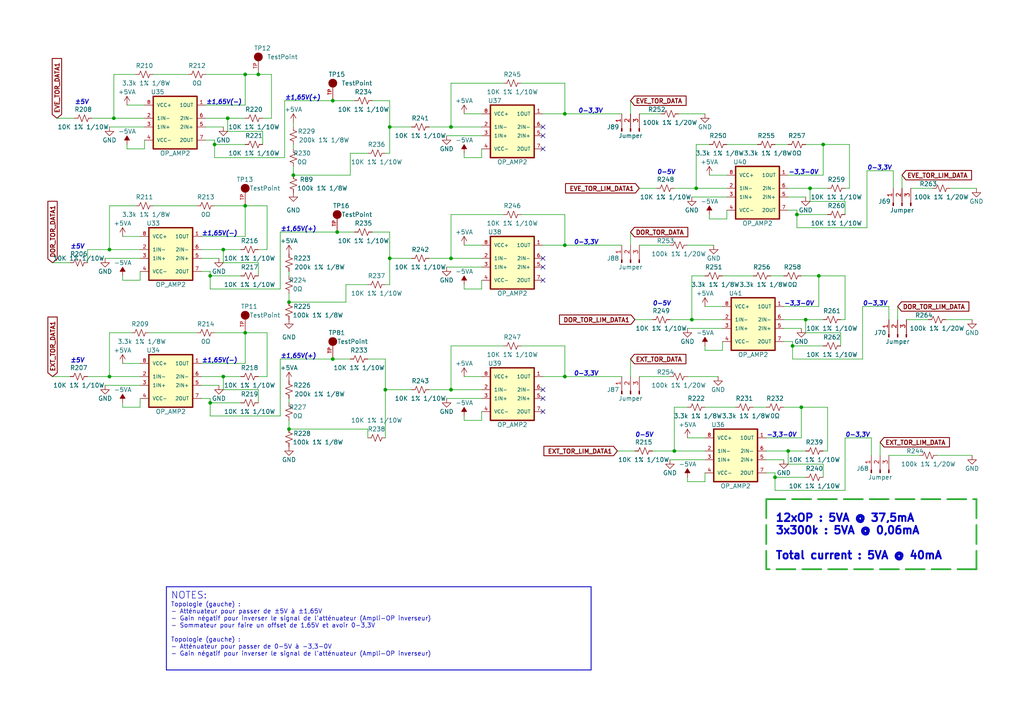
<source format=kicad_sch>
(kicad_sch (version 20211123) (generator eeschema)
  (paper "A4")
  (junction (at 96.52 104.14))
  (junction (at 130.81 113.03))
  (junction (at 66.04 34.29))
  (junction (at 233.68 92.71))
  (junction (at 224.79 138.43))
  (junction (at 62.23 41.91))
  (junction (at 64.77 72.39))
  (junction (at 71.12 96.52))
  (junction (at 163.83 33.02))
  (junction (at 71.12 59.69))
  (junction (at 83.82 87.63))
  (junction (at 200.66 92.71))
  (junction (at 97.79 67.31))
  (junction (at 113.03 36.83))
  (junction (at 96.52 29.21))
  (junction (at 229.87 100.33))
  (junction (at 130.81 36.83))
  (junction (at 234.95 54.61))
  (junction (at 113.03 74.93))
  (junction (at 64.77 109.22))
  (junction (at 60.96 116.84))
  (junction (at 85.09 50.8))
  (junction (at 237.49 80.01))
  (junction (at 31.75 72.39))
  (junction (at 74.93 21.59))
  (junction (at 83.82 124.46))
  (junction (at 130.81 74.93))
  (junction (at 231.14 62.23))
  (junction (at 111.76 113.03))
  (junction (at 33.02 34.29))
  (junction (at 60.96 80.01))
  (junction (at 201.93 54.61))
  (junction (at 163.83 109.22))
  (junction (at 228.6 130.81))
  (junction (at 163.83 71.12))
  (junction (at 195.58 130.81))
  (junction (at 238.76 41.91))
  (junction (at 232.41 118.11))
  (junction (at 31.75 109.22))
  (junction (at 71.12 21.59))
  (no_connect (at 157.48 119.38))
  (no_connect (at 157.48 77.47))
  (no_connect (at 157.48 39.37))
  (no_connect (at 157.48 113.03))
  (no_connect (at 157.48 81.28))
  (no_connect (at 157.48 74.93))
  (no_connect (at 157.48 115.57))
  (no_connect (at 157.48 43.18))
  (no_connect (at 157.48 36.83))
  (wire (pts (xy 16.51 34.29) (xy 21.59 34.29)))
  (wire (pts (xy 71.12 105.41) (xy 58.42 105.41)))
  (wire (pts (xy 106.68 44.45) (xy 101.6 44.45)))
  (wire (pts (xy 224.79 138.43) (xy 224.79 137.16)))
  (wire (pts (xy 62.23 45.72) (xy 82.55 45.72)))
  (wire (pts (xy 238.76 134.62) (xy 228.6 134.62)))
  (wire (pts (xy 204.47 137.16) (xy 204.47 139.7)))
  (wire (pts (xy 151.13 24.13) (xy 163.83 24.13)))
  (wire (pts (xy 83.82 78.74) (xy 83.82 80.01)))
  (wire (pts (xy 246.38 41.91) (xy 246.38 54.61)))
  (wire (pts (xy 229.87 100.33) (xy 229.87 99.06)))
  (wire (pts (xy 228.6 130.81) (xy 233.68 130.81)))
  (wire (pts (xy 59.69 21.59) (xy 71.12 21.59)))
  (wire (pts (xy 222.25 130.81) (xy 228.6 130.81)))
  (wire (pts (xy 200.66 80.01) (xy 200.66 92.71)))
  (wire (pts (xy 71.12 59.69) (xy 77.47 59.69)))
  (wire (pts (xy 229.87 99.06) (xy 227.33 99.06)))
  (wire (pts (xy 274.32 92.71) (xy 281.94 92.71)))
  (wire (pts (xy 35.56 118.11) (xy 40.64 118.11)))
  (wire (pts (xy 77.47 109.22) (xy 74.93 109.22)))
  (wire (pts (xy 106.68 104.14) (xy 111.76 104.14)))
  (wire (pts (xy 66.04 34.29) (xy 71.12 34.29)))
  (wire (pts (xy 232.41 80.01) (xy 237.49 80.01)))
  (wire (pts (xy 30.48 111.76) (xy 40.64 111.76)))
  (wire (pts (xy 44.45 59.69) (xy 57.15 59.69)))
  (wire (pts (xy 224.79 138.43) (xy 224.79 142.24)))
  (wire (pts (xy 185.42 54.61) (xy 190.5 54.61)))
  (wire (pts (xy 257.81 88.9) (xy 250.19 88.9)))
  (wire (pts (xy 76.2 41.91) (xy 76.2 38.1)))
  (wire (pts (xy 100.33 82.55) (xy 100.33 87.63)))
  (wire (pts (xy 15.24 76.2) (xy 20.32 76.2)))
  (wire (pts (xy 85.09 36.83) (xy 85.09 35.56)))
  (wire (pts (xy 77.47 72.39) (xy 74.93 72.39)))
  (wire (pts (xy 35.56 81.28) (xy 40.64 81.28)))
  (wire (pts (xy 227.33 92.71) (xy 233.68 92.71)))
  (wire (pts (xy 100.33 87.63) (xy 83.82 87.63)))
  (wire (pts (xy 201.93 41.91) (xy 205.74 41.91)))
  (wire (pts (xy 130.81 24.13) (xy 130.81 36.83)))
  (wire (pts (xy 113.03 74.93) (xy 113.03 82.55)))
  (wire (pts (xy 134.62 71.12) (xy 139.7 71.12)))
  (wire (pts (xy 204.47 118.11) (xy 213.36 118.11)))
  (wire (pts (xy 113.03 36.83) (xy 113.03 44.45)))
  (wire (pts (xy 40.64 78.74) (xy 40.64 81.28)))
  (wire (pts (xy 134.62 121.92) (xy 134.62 120.65)))
  (wire (pts (xy 62.23 41.91) (xy 62.23 45.72)))
  (wire (pts (xy 58.42 111.76) (xy 63.5 111.76)))
  (wire (pts (xy 78.74 21.59) (xy 78.74 34.29)))
  (wire (pts (xy 269.24 92.71) (xy 262.89 92.71)))
  (wire (pts (xy 71.12 41.91) (xy 62.23 41.91)))
  (wire (pts (xy 163.83 109.22) (xy 157.48 109.22)))
  (wire (pts (xy 245.11 80.01) (xy 245.11 92.71)))
  (wire (pts (xy 83.82 115.57) (xy 83.82 116.84)))
  (wire (pts (xy 194.31 109.22) (xy 185.42 109.22)))
  (wire (pts (xy 163.83 71.12) (xy 157.48 71.12)))
  (wire (pts (xy 71.12 30.48) (xy 59.69 30.48)))
  (wire (pts (xy 163.83 33.02) (xy 180.34 33.02)))
  (wire (pts (xy 83.82 124.46) (xy 106.68 124.46)))
  (wire (pts (xy 74.93 76.2) (xy 64.77 76.2)))
  (wire (pts (xy 233.68 96.52) (xy 233.68 92.71)))
  (wire (pts (xy 240.03 118.11) (xy 240.03 130.81)))
  (wire (pts (xy 261.62 50.8) (xy 261.62 54.61)))
  (wire (pts (xy 281.94 132.08) (xy 271.78 132.08)))
  (wire (pts (xy 71.12 96.52) (xy 77.47 96.52)))
  (wire (pts (xy 204.47 101.6) (xy 204.47 100.33)))
  (wire (pts (xy 163.83 24.13) (xy 163.83 33.02)))
  (wire (pts (xy 124.46 74.93) (xy 130.81 74.93)))
  (wire (pts (xy 233.68 92.71) (xy 238.76 92.71)))
  (wire (pts (xy 69.85 80.01) (xy 60.96 80.01)))
  (wire (pts (xy 59.69 36.83) (xy 64.77 36.83)))
  (wire (pts (xy 234.95 54.61) (xy 240.03 54.61)))
  (wire (pts (xy 83.82 85.09) (xy 83.82 87.63)))
  (wire (pts (xy 199.39 127) (xy 204.47 127)))
  (wire (pts (xy 238.76 50.8) (xy 228.6 50.8)))
  (wire (pts (xy 129.54 115.57) (xy 139.7 115.57)))
  (wire (pts (xy 200.66 80.01) (xy 204.47 80.01)))
  (wire (pts (xy 182.88 104.14) (xy 182.88 109.22)))
  (wire (pts (xy 163.83 71.12) (xy 180.34 71.12)))
  (wire (pts (xy 250.19 88.9) (xy 250.19 104.14)))
  (wire (pts (xy 151.13 100.33) (xy 163.83 100.33)))
  (wire (pts (xy 189.23 130.81) (xy 195.58 130.81)))
  (polyline (pts (xy 171.45 194.31) (xy 48.26 194.31)) (stroke (width 0.25) (type solid)))
  (wire (pts (xy 31.75 109.22) (xy 40.64 109.22)))
  (wire (pts (xy 111.76 82.55) (xy 113.03 82.55)))
  (wire (pts (xy 134.62 45.72) (xy 139.7 45.72)))
  (wire (pts (xy 240.03 130.81) (xy 238.76 130.81)))
  (wire (pts (xy 182.88 67.31) (xy 182.88 71.12)))
  (wire (pts (xy 39.37 59.69) (xy 31.75 59.69)))
  (wire (pts (xy 201.93 41.91) (xy 201.93 54.61)))
  (wire (pts (xy 60.96 83.82) (xy 81.28 83.82)))
  (wire (pts (xy 77.47 96.52) (xy 77.47 109.22)))
  (wire (pts (xy 134.62 109.22) (xy 139.7 109.22)))
  (wire (pts (xy 106.68 124.46) (xy 106.68 127)))
  (wire (pts (xy 182.88 29.21) (xy 182.88 33.02)))
  (wire (pts (xy 208.28 109.22) (xy 199.39 109.22)))
  (wire (pts (xy 81.28 67.31) (xy 97.79 67.31)))
  (wire (pts (xy 130.81 36.83) (xy 139.7 36.83)))
  (wire (pts (xy 77.47 59.69) (xy 77.47 72.39)))
  (wire (pts (xy 245.11 92.71) (xy 243.84 92.71)))
  (wire (pts (xy 283.21 54.61) (xy 275.59 54.61)))
  (polyline (pts (xy 222.25 144.78) (xy 222.25 165.1)) (stroke (width 0.5) (type dash) (color 37 168 45 1)))
  (wire (pts (xy 129.54 39.37) (xy 139.7 39.37)))
  (wire (pts (xy 231.14 66.04) (xy 251.46 66.04)))
  (wire (pts (xy 15.24 109.22) (xy 20.32 109.22)))
  (wire (pts (xy 26.67 34.29) (xy 33.02 34.29)))
  (wire (pts (xy 237.49 80.01) (xy 237.49 88.9)))
  (wire (pts (xy 207.01 71.12) (xy 199.39 71.12)))
  (wire (pts (xy 100.33 82.55) (xy 106.68 82.55)))
  (wire (pts (xy 163.83 100.33) (xy 163.83 109.22)))
  (wire (pts (xy 227.33 95.25) (xy 232.41 95.25)))
  (wire (pts (xy 60.96 115.57) (xy 58.42 115.57)))
  (wire (pts (xy 129.54 77.47) (xy 139.7 77.47)))
  (wire (pts (xy 130.81 113.03) (xy 139.7 113.03)))
  (wire (pts (xy 71.12 21.59) (xy 71.12 30.48)))
  (wire (pts (xy 139.7 43.18) (xy 139.7 45.72)))
  (wire (pts (xy 31.75 59.69) (xy 31.75 72.39)))
  (wire (pts (xy 69.85 116.84) (xy 60.96 116.84)))
  (wire (pts (xy 260.35 88.9) (xy 260.35 92.71)))
  (wire (pts (xy 245.11 127) (xy 245.11 142.24)))
  (wire (pts (xy 199.39 95.25) (xy 209.55 95.25)))
  (wire (pts (xy 163.83 33.02) (xy 157.48 33.02)))
  (wire (pts (xy 35.56 118.11) (xy 35.56 116.84)))
  (wire (pts (xy 224.79 137.16) (xy 222.25 137.16)))
  (wire (pts (xy 228.6 54.61) (xy 234.95 54.61)))
  (wire (pts (xy 33.02 21.59) (xy 33.02 34.29)))
  (wire (pts (xy 124.46 36.83) (xy 130.81 36.83)))
  (wire (pts (xy 82.55 29.21) (xy 82.55 45.72)))
  (wire (pts (xy 223.52 80.01) (xy 227.33 80.01)))
  (wire (pts (xy 238.76 138.43) (xy 238.76 134.62)))
  (wire (pts (xy 39.37 21.59) (xy 33.02 21.59)))
  (wire (pts (xy 60.96 116.84) (xy 60.96 115.57)))
  (wire (pts (xy 124.46 113.03) (xy 130.81 113.03)))
  (wire (pts (xy 62.23 96.52) (xy 71.12 96.52)))
  (wire (pts (xy 58.42 109.22) (xy 64.77 109.22)))
  (wire (pts (xy 205.74 63.5) (xy 205.74 62.23)))
  (wire (pts (xy 251.46 49.53) (xy 251.46 66.04)))
  (wire (pts (xy 111.76 104.14) (xy 111.76 113.03)))
  (wire (pts (xy 111.76 44.45) (xy 113.03 44.45)))
  (wire (pts (xy 60.96 80.01) (xy 60.96 83.82)))
  (wire (pts (xy 76.2 38.1) (xy 66.04 38.1)))
  (wire (pts (xy 60.96 116.84) (xy 60.96 120.65)))
  (wire (pts (xy 163.83 62.23) (xy 163.83 71.12)))
  (wire (pts (xy 227.33 118.11) (xy 232.41 118.11)))
  (polyline (pts (xy 171.45 170.18) (xy 171.45 194.31)) (stroke (width 0.25) (type solid)))
  (wire (pts (xy 134.62 83.82) (xy 134.62 82.55)))
  (wire (pts (xy 231.14 60.96) (xy 228.6 60.96)))
  (wire (pts (xy 31.75 36.83) (xy 41.91 36.83)))
  (wire (pts (xy 31.75 96.52) (xy 31.75 109.22)))
  (wire (pts (xy 25.4 109.22) (xy 31.75 109.22)))
  (wire (pts (xy 83.82 121.92) (xy 83.82 124.46)))
  (wire (pts (xy 31.75 72.39) (xy 40.64 72.39)))
  (wire (pts (xy 66.04 38.1) (xy 66.04 34.29)))
  (wire (pts (xy 259.08 54.61) (xy 259.08 49.53)))
  (wire (pts (xy 210.82 41.91) (xy 219.71 41.91)))
  (wire (pts (xy 113.03 36.83) (xy 119.38 36.83)))
  (wire (pts (xy 59.69 34.29) (xy 66.04 34.29)))
  (wire (pts (xy 85.09 41.91) (xy 85.09 43.18)))
  (wire (pts (xy 205.74 50.8) (xy 210.82 50.8)))
  (wire (pts (xy 35.56 68.58) (xy 40.64 68.58)))
  (wire (pts (xy 134.62 83.82) (xy 139.7 83.82)))
  (wire (pts (xy 36.83 43.18) (xy 36.83 41.91)))
  (wire (pts (xy 238.76 41.91) (xy 246.38 41.91)))
  (wire (pts (xy 62.23 41.91) (xy 62.23 40.64)))
  (wire (pts (xy 209.55 99.06) (xy 209.55 101.6)))
  (wire (pts (xy 60.96 80.01) (xy 60.96 78.74)))
  (wire (pts (xy 184.15 92.71) (xy 189.23 92.71)))
  (wire (pts (xy 224.79 41.91) (xy 228.6 41.91)))
  (wire (pts (xy 228.6 57.15) (xy 233.68 57.15)))
  (wire (pts (xy 199.39 139.7) (xy 199.39 138.43)))
  (wire (pts (xy 246.38 54.61) (xy 245.11 54.61)))
  (polyline (pts (xy 283.21 165.1) (xy 222.25 165.1)) (stroke (width 0.5) (type dash) (color 37 168 45 1)))
  (wire (pts (xy 41.91 40.64) (xy 41.91 43.18)))
  (wire (pts (xy 78.74 34.29) (xy 76.2 34.29)))
  (wire (pts (xy 163.83 109.22) (xy 180.34 109.22)))
  (wire (pts (xy 81.28 67.31) (xy 81.28 83.82)))
  (wire (pts (xy 229.87 100.33) (xy 229.87 104.14)))
  (wire (pts (xy 228.6 134.62) (xy 228.6 130.81)))
  (wire (pts (xy 146.05 100.33) (xy 130.81 100.33)))
  (wire (pts (xy 204.47 33.02) (xy 196.85 33.02)))
  (wire (pts (xy 240.03 62.23) (xy 231.14 62.23)))
  (wire (pts (xy 96.52 104.14) (xy 101.6 104.14)))
  (wire (pts (xy 64.77 76.2) (xy 64.77 72.39)))
  (wire (pts (xy 134.62 33.02) (xy 139.7 33.02)))
  (wire (pts (xy 146.05 24.13) (xy 130.81 24.13)))
  (wire (pts (xy 201.93 54.61) (xy 210.82 54.61)))
  (wire (pts (xy 270.51 54.61) (xy 264.16 54.61)))
  (wire (pts (xy 195.58 118.11) (xy 199.39 118.11)))
  (wire (pts (xy 58.42 72.39) (xy 64.77 72.39)))
  (wire (pts (xy 232.41 118.11) (xy 240.03 118.11)))
  (wire (pts (xy 71.12 96.52) (xy 71.12 105.41)))
  (wire (pts (xy 231.14 62.23) (xy 231.14 66.04)))
  (wire (pts (xy 245.11 62.23) (xy 245.11 58.42)))
  (wire (pts (xy 113.03 67.31) (xy 113.03 74.93)))
  (wire (pts (xy 101.6 44.45) (xy 101.6 50.8)))
  (wire (pts (xy 218.44 118.11) (xy 222.25 118.11)))
  (wire (pts (xy 200.66 92.71) (xy 209.55 92.71)))
  (wire (pts (xy 204.47 88.9) (xy 209.55 88.9)))
  (wire (pts (xy 81.28 104.14) (xy 81.28 120.65)))
  (wire (pts (xy 243.84 96.52) (xy 233.68 96.52)))
  (wire (pts (xy 107.95 29.21) (xy 113.03 29.21)))
  (wire (pts (xy 107.95 67.31) (xy 113.03 67.31)))
  (wire (pts (xy 64.77 113.03) (xy 64.77 109.22)))
  (wire (pts (xy 71.12 68.58) (xy 58.42 68.58)))
  (wire (pts (xy 222.25 133.35) (xy 227.33 133.35)))
  (wire (pts (xy 232.41 127) (xy 222.25 127)))
  (wire (pts (xy 238.76 100.33) (xy 229.87 100.33)))
  (wire (pts (xy 71.12 21.59) (xy 74.93 21.59)))
  (wire (pts (xy 74.93 21.59) (xy 78.74 21.59)))
  (wire (pts (xy 195.58 54.61) (xy 201.93 54.61)))
  (wire (pts (xy 74.93 80.01) (xy 74.93 76.2)))
  (wire (pts (xy 134.62 121.92) (xy 139.7 121.92)))
  (wire (pts (xy 209.55 80.01) (xy 218.44 80.01)))
  (wire (pts (xy 30.48 74.93) (xy 40.64 74.93)))
  (wire (pts (xy 245.11 58.42) (xy 234.95 58.42)))
  (wire (pts (xy 74.93 116.84) (xy 74.93 113.03)))
  (wire (pts (xy 97.79 67.31) (xy 102.87 67.31)))
  (wire (pts (xy 224.79 142.24) (xy 245.11 142.24)))
  (polyline (pts (xy 222.25 144.78) (xy 283.21 144.78)) (stroke (width 0.5) (type dash) (color 37 168 45 1)))
  (polyline (pts (xy 48.26 170.18) (xy 171.45 170.18)) (stroke (width 0.25) (type solid)))
  (wire (pts (xy 64.77 72.39) (xy 69.85 72.39)))
  (wire (pts (xy 40.64 115.57) (xy 40.64 118.11)))
  (wire (pts (xy 62.23 40.64) (xy 59.69 40.64)))
  (wire (pts (xy 179.07 130.81) (xy 184.15 130.81)))
  (wire (pts (xy 130.81 62.23) (xy 130.81 74.93)))
  (wire (pts (xy 25.4 72.39) (xy 31.75 72.39)))
  (wire (pts (xy 43.18 96.52) (xy 57.15 96.52)))
  (wire (pts (xy 252.73 127) (xy 245.11 127)))
  (wire (pts (xy 194.31 133.35) (xy 204.47 133.35)))
  (wire (pts (xy 195.58 118.11) (xy 195.58 130.81)))
  (wire (pts (xy 62.23 59.69) (xy 71.12 59.69)))
  (wire (pts (xy 194.31 92.71) (xy 200.66 92.71)))
  (wire (pts (xy 111.76 113.03) (xy 111.76 127)))
  (wire (pts (xy 60.96 120.65) (xy 81.28 120.65)))
  (wire (pts (xy 36.83 30.48) (xy 41.91 30.48)))
  (wire (pts (xy 71.12 59.69) (xy 71.12 68.58)))
  (wire (pts (xy 130.81 74.93) (xy 139.7 74.93)))
  (wire (pts (xy 85.09 48.26) (xy 85.09 50.8)))
  (wire (pts (xy 101.6 50.8) (xy 85.09 50.8)))
  (wire (pts (xy 233.68 41.91) (xy 238.76 41.91)))
  (wire (pts (xy 25.4 72.39) (xy 25.4 76.2)))
  (wire (pts (xy 233.68 138.43) (xy 224.79 138.43)))
  (wire (pts (xy 139.7 81.28) (xy 139.7 83.82)))
  (wire (pts (xy 257.81 92.71) (xy 257.81 88.9)))
  (wire (pts (xy 35.56 81.28) (xy 35.56 80.01)))
  (wire (pts (xy 139.7 119.38) (xy 139.7 121.92)))
  (wire (pts (xy 151.13 62.23) (xy 163.83 62.23)))
  (polyline (pts (xy 48.26 170.18) (xy 48.26 194.31)) (stroke (width 0.25) (type solid)))
  (wire (pts (xy 232.41 118.11) (xy 232.41 127)))
  (wire (pts (xy 229.87 104.14) (xy 250.19 104.14)))
  (wire (pts (xy 64.77 109.22) (xy 69.85 109.22)))
  (wire (pts (xy 237.49 80.01) (xy 245.11 80.01)))
  (wire (pts (xy 58.42 74.93) (xy 63.5 74.93)))
  (wire (pts (xy 234.95 58.42) (xy 234.95 54.61)))
  (wire (pts (xy 146.05 62.23) (xy 130.81 62.23)))
  (wire (pts (xy 96.52 29.21) (xy 102.87 29.21)))
  (wire (pts (xy 81.28 104.14) (xy 96.52 104.14)))
  (wire (pts (xy 82.55 29.21) (xy 96.52 29.21)))
  (wire (pts (xy 259.08 49.53) (xy 251.46 49.53)))
  (wire (pts (xy 44.45 21.59) (xy 54.61 21.59)))
  (wire (pts (xy 238.76 41.91) (xy 238.76 50.8)))
  (polyline (pts (xy 283.21 144.78) (xy 283.21 165.1)) (stroke (width 0.5) (type dash) (color 37 168 45 1)))
  (wire (pts (xy 204.47 101.6) (xy 209.55 101.6)))
  (wire (pts (xy 74.93 113.03) (xy 64.77 113.03)))
  (wire (pts (xy 35.56 105.41) (xy 40.64 105.41)))
  (wire (pts (xy 113.03 29.21) (xy 113.03 36.83)))
  (wire (pts (xy 205.74 63.5) (xy 210.82 63.5)))
  (wire (pts (xy 33.02 34.29) (xy 41.91 34.29)))
  (wire (pts (xy 194.31 71.12) (xy 185.42 71.12)))
  (wire (pts (xy 210.82 60.96) (xy 210.82 63.5)))
  (wire (pts (xy 191.77 33.02) (xy 185.42 33.02)))
  (wire (pts (xy 255.27 128.27) (xy 255.27 132.08)))
  (wire (pts (xy 60.96 78.74) (xy 58.42 78.74)))
  (wire (pts (xy 243.84 100.33) (xy 243.84 96.52)))
  (wire (pts (xy 130.81 100.33) (xy 130.81 113.03)))
  (wire (pts (xy 111.76 113.03) (xy 119.38 113.03)))
  (wire (pts (xy 134.62 45.72) (xy 134.62 44.45)))
  (wire (pts (xy 252.73 132.08) (xy 252.73 127)))
  (wire (pts (xy 36.83 43.18) (xy 41.91 43.18)))
  (wire (pts (xy 38.1 96.52) (xy 31.75 96.52)))
  (wire (pts (xy 199.39 139.7) (xy 204.47 139.7)))
  (wire (pts (xy 266.7 132.08) (xy 257.81 132.08)))
  (wire (pts (xy 195.58 130.81) (xy 204.47 130.81)))
  (wire (pts (xy 237.49 88.9) (xy 227.33 88.9)))
  (wire (pts (xy 231.14 62.23) (xy 231.14 60.96)))
  (wire (pts (xy 113.03 74.93) (xy 119.38 74.93)))
  (wire (pts (xy 200.66 57.15) (xy 210.82 57.15)))
  (text "0-3,3V" (at 166.37 71.12 0) (effects (font (size 1.27 1.27) (thickness 0.254) bold italic) (justify left bottom)))
  (text "-3,3-0V" (at 222.25 127 0) (effects (font (size 1.27 1.27) (thickness 0.254) bold italic) (justify left bottom)))
  (text "±1,65V(+)" (at 81.28 104.14 0) (effects (font (size 1.27 1.27) (thickness 0.254) bold italic) (justify left bottom)))
  (text "0-3,3V" (at 250.19 88.9 0) (effects (font (size 1.27 1.27) (thickness 0.254) bold italic) (justify left bottom)))
  (text "0-3,3V" (at 245.11 127 0) (effects (font (size 1.27 1.27) (thickness 0.254) bold italic) (justify left bottom)))
  (text "±1,65V(+)" (at 81.28 67.31 0) (effects (font (size 1.27 1.27) (thickness 0.254) bold italic) (justify left bottom)))
  (text "±1,65V(-)" (at 58.42 68.58 0) (effects (font (size 1.27 1.27) (thickness 0.254) bold italic) (justify left bottom)))
  (text "0-5V" (at 190.5 50.8 0) (effects (font (size 1.27 1.27) (thickness 0.254) bold italic) (justify left bottom)))
  (text "NOTES:" (at 49.53 173.99 0) (effects (font (size 2 2)) (justify left bottom)))
  (text "±5V" (at 20.32 72.39 0) (effects (font (size 1.27 1.27) (thickness 0.254) bold italic) (justify left bottom)))
  (text "±1,65V(+)" (at 82.55 29.21 0) (effects (font (size 1.27 1.27) (thickness 0.254) bold italic) (justify left bottom)))
  (text "0-5V" (at 189.23 88.9 0) (effects (font (size 1.27 1.27) (thickness 0.254) bold italic) (justify left bottom)))
  (text "±5V" (at 21.59 30.48 0) (effects (font (size 1.27 1.27) (thickness 0.254) bold italic) (justify left bottom)))
  (text "±1,65V(-)" (at 58.42 105.41 0) (effects (font (size 1.27 1.27) (thickness 0.254) bold italic) (justify left bottom)))
  (text "-3,3-0V" (at 227.33 88.9 0) (effects (font (size 1.27 1.27) (thickness 0.254) bold italic) (justify left bottom)))
  (text "0-3,3V" (at 167.64 33.02 0) (effects (font (size 1.27 1.27) (thickness 0.254) bold italic) (justify left bottom)))
  (text "0-3,3V" (at 251.46 49.53 0) (effects (font (size 1.27 1.27) (thickness 0.254) bold italic) (justify left bottom)))
  (text "12xOP : 5VA @ 37,5mA\n3x300k : 5VA @ 0,06mA\n\nTotal current : 5VA @ 40mA" (at 224.79 162.56 0) (effects (font (size 2.25 2.25) (thickness 0.5) bold) (justify left bottom)))
  (text "0-3,3V" (at 166.37 109.22 0) (effects (font (size 1.27 1.27) (thickness 0.254) bold italic) (justify left bottom)))
  (text "±5V" (at 20.32 105.41 0) (effects (font (size 1.27 1.27) (thickness 0.254) bold italic) (justify left bottom)))
  (text "±1,65V(-)" (at 59.69 30.48 0) (effects (font (size 1.27 1.27) (thickness 0.254) bold italic) (justify left bottom)))
  (text "Topologie (gauche) : \n- Atténuateur pour passer de ±5V à ±1,65V\n- Gain négatif pour inverser le signal de l'atténuateur (Ampli-OP inverseur)\n- Sommateur pour faire un offset de 1,65V et avoir 0-3,3V\n\nTopologie (gauche) : \n- Atténuateur pour passer de 0-5V à -3,3-0V\n- Gain négatif pour inverser le signal de l'atténuateur (Ampli-OP inverseur)" (at 49.53 190.5 0) (effects (font (size 1.27 1.27)) (justify left bottom)))
  (text "0-5V" (at 184.15 127 0) (effects (font (size 1.27 1.27) (thickness 0.254) bold italic) (justify left bottom)))
  (text "-3,3-0V" (at 228.6 50.8 0) (effects (font (size 1.27 1.27) (thickness 0.254) bold italic) (justify left bottom)))
  (global_label "EXT_TOR_LIM_DATA" (shape input) (at 255.27 128.27 0) (effects (font bold)) (property "Intersheet References" "${INTERSHEET_REFS}" (effects hide)))
  (global_label "DOR_TOR_LIM_DATA1" (shape input) (at 184.15 92.71 180) (effects (font bold)) (property "Intersheet References" "${INTERSHEET_REFS}" (effects hide)))
  (global_label "DOR_TOR_DATA1" (shape input) (at 15.24 76.2 90) (effects (font bold)) (property "Intersheet References" "${INTERSHEET_REFS}" (effects hide)))
  (global_label "EXT_TOR_DATA" (shape input) (at 182.88 104.14 0) (effects (font bold)) (property "Intersheet References" "${INTERSHEET_REFS}" (effects hide)))
  (global_label "EVE_TOR_DATA" (shape input) (at 182.88 29.21 0) (effects (font bold)) (property "Intersheet References" "${INTERSHEET_REFS}" (effects hide)))
  (global_label "EXT_TOR_DATA1" (shape input) (at 15.24 109.22 90) (effects (font bold)) (property "Intersheet References" "${INTERSHEET_REFS}" (effects hide)))
  (global_label "DOR_TOR_LIM_DATA" (shape input) (at 260.35 88.9 0) (effects (font bold)) (property "Intersheet References" "${INTERSHEET_REFS}" (effects hide)))
  (global_label "DOR_TOR_DATA" (shape input) (at 182.88 67.31 0) (effects (font bold)) (property "Intersheet References" "${INTERSHEET_REFS}" (effects hide)))
  (global_label "EXT_TOR_LIM_DATA1" (shape input) (at 179.07 130.81 180) (effects (font bold)) (property "Intersheet References" "${INTERSHEET_REFS}" (effects hide)))
  (global_label "EVE_TOR_LIM_DATA" (shape input) (at 261.62 50.8 0) (effects (font bold)) (property "Intersheet References" "${INTERSHEET_REFS}" (effects hide)))
  (global_label "EVE_TOR_DATA1" (shape input) (at 16.51 34.29 90) (effects (font bold)) (property "Intersheet References" "${INTERSHEET_REFS}" (effects hide)))
  (global_label "EVE_TOR_LIM_DATA1" (shape input) (at 185.42 54.61 180) (effects (font bold)) (property "Intersheet References" "${INTERSHEET_REFS}" (effects hide)))
  (symbol (lib_id "power:GND") (at 30.48 111.76 0) (unit 1)
    (property "Reference" "#PWR0264" (effects hide))
    (property "Value" "GND" (at 30.48 115.57 0))
  )
  (symbol (lib_id "Device:R_Small_US") (at 72.39 109.22 90) (unit 1)
    (property "Reference" "R218" (at 72.39 106.68 90))
    (property "Value" "10K 1% 1/10W" (at 72.39 111.76 90))
    (property "Footprint" "Resistor_SMD:R_0603_1608Metric" (effects hide))
    (property "PACKAGE" "0603 (1608 Metric)" (effects hide))
    (property "PART NUMBER" "ERJ-3EKF1002V" (effects hide))
    (property "TYPE" "SMD" (effects hide))
    (property "MANUFACTURER" "Panasonic Electronic Components" (effects hide))
    (property "DESCRIPTION" "10 kOhms ±1% 0.1W, 1/10W Chip Resistor 0603 (1608 Metric) Automotive AEC-Q200 Thick Film" (effects hide))
  )
  (symbol (lib_id "Device:R_Small_US") (at 40.64 96.52 90) (unit 1)
    (property "Reference" "R209" (at 40.64 93.98 90))
    (property "Value" " 3.3k 1% 1/8W" (at 40.64 99.06 90))
    (property "Footprint" "Resistor_SMD:R_0805_2012Metric" (effects hide))
    (property "PACKAGE" "0805 (2012 Metric)" (effects hide))
    (property "PART NUMBER" "ERJ-6ENF3301V" (effects hide))
    (property "TYPE" "SMD" (effects hide))
    (property "MANUFACTURER" "Panasonic Electronic Components" (effects hide))
    (property "DESCRIPTION" "3.3 kOhms ±1% 0.125W, 1/8W Chip Resistor 0805 (2012 Metric) Automotive AEC-Q200 Thick Film" (effects hide))
  )
  (symbol (lib_id "Device:R_Small_US") (at 109.22 44.45 90) (unit 1)
    (property "Reference" "R236" (at 109.22 41.91 90))
    (property "Value" "10K 1% 1/10W" (at 109.22 46.99 90))
    (property "Footprint" "Resistor_SMD:R_0603_1608Metric" (effects hide))
    (property "PACKAGE" "0603 (1608 Metric)" (effects hide))
    (property "PART NUMBER" "ERJ-3EKF1002V" (effects hide))
    (property "TYPE" "SMD" (effects hide))
    (property "MANUFACTURER" "Panasonic Electronic Components" (effects hide))
    (property "DESCRIPTION" "10 kOhms ±1% 0.1W, 1/10W Chip Resistor 0603 (1608 Metric) Automotive AEC-Q200 Thick Film" (effects hide))
  )
  (symbol (lib_id "Device:R_Small_US") (at 22.86 76.2 90) (unit 1)
    (property "Reference" "R206" (at 22.86 73.66 90))
    (property "Value" "10K 1% 1/10W" (at 22.86 74.93 90))
    (property "Footprint" "Resistor_SMD:R_0603_1608Metric" (effects hide))
    (property "PACKAGE" "0603 (1608 Metric)" (effects hide))
    (property "PART NUMBER" "ERJ-3EKF1002V" (effects hide))
    (property "TYPE" "SMD" (effects hide))
    (property "MANUFACTURER" "Panasonic Electronic Components" (effects hide))
    (property "DESCRIPTION" "10 kOhms ±1% 0.1W, 1/10W Chip Resistor 0603 (1608 Metric) Automotive AEC-Q200 Thick Film" (effects hide))
  )
  (symbol (lib_id "Device:R_Small_US") (at 83.82 76.2 180) (unit 1)
    (property "Reference" "R223" (at 87.63 74.93 0))
    (property "Value" "200k 1% 1/8W" (at 92.71 77.47 0))
    (property "Footprint" "Resistor_SMD:R_0805_2012Metric" (effects hide))
    (property "MANUFACTURER" "Panasonic Electronic Components" (effects hide))
    (property "PACKAGE" "0805 (2012 Metric)" (effects hide))
    (property "PART NUMBER" "ERJ-6ENF2003V" (effects hide))
    (property "TYPE" "SMD" (effects hide))
    (property "DESCRIPTION" "200 kOhms ±1% 0.125W, 1/8W Chip Resistor 0805 (2012 Metric) Automotive AEC-Q200 Thick Film" (effects hide))
  )
  (symbol (lib_id "SymLib:5005") (at 96.52 24.13 90) (unit 1)
    (property "Reference" "TP15" (at 95.25 21.59 90) (effects (justify right)))
    (property "Value" "TestPoint" (at 99.06 24.13 90) (effects (justify right)))
    (property "Footprint" "FootPrint:KEYSTONE_5005" (effects hide))
    (property "MF" "Keystone Electronics" (effects hide))
    (property "DESCRIPTION" "PC TEST POINT COMPACT RED" (effects hide))
    (property "PACKAGE" "0.125\" Dia x 0.220\" L " (effects hide))
    (property "PRICE" "None" (effects hide))
    (property "MP" "5005" (effects hide))
    (property "AVAILABILITY" "In Stock" (effects hide))
    (property "MANUFACTURER" "Keystone Electronics" (effects hide))
    (property "PART NUMBER" "5005" (effects hide))
    (property "TYPE" "Through Hole" (effects hide))
    (property "NOTES" "DO NOT POPULATE" (effects hide))
  )
  (symbol (lib_id "power:+5VA") (at 134.62 109.22 0) (unit 1)
    (property "Reference" "#PWR0294" (effects hide))
    (property "Value" "+5VA" (at 134.62 105.41 0))
  )
  (symbol (lib_id "Device:R_Small_US") (at 72.39 72.39 90) (unit 1)
    (property "Reference" "R216" (at 72.39 69.85 90))
    (property "Value" "10K 1% 1/10W" (at 72.39 74.93 90))
    (property "Footprint" "Resistor_SMD:R_0603_1608Metric" (effects hide))
    (property "PACKAGE" "0603 (1608 Metric)" (effects hide))
    (property "PART NUMBER" "ERJ-3EKF1002V" (effects hide))
    (property "TYPE" "SMD" (effects hide))
    (property "MANUFACTURER" "Panasonic Electronic Components" (effects hide))
    (property "DESCRIPTION" "10 kOhms ±1% 0.1W, 1/10W Chip Resistor 0603 (1608 Metric) Automotive AEC-Q200 Thick Film" (effects hide))
  )
  (symbol (lib_id "Device:R_Small_US") (at 273.05 54.61 90) (unit 1)
    (property "Reference" "R263" (at 269.24 53.34 90))
    (property "Value" "100k 1% 1/20W" (at 273.05 57.15 90))
    (property "Footprint" "Resistor_SMD:R_0201_0603Metric" (effects hide))
    (property "PACKAGE" "0201 (0603 Metric)" (effects hide))
    (property "PART NUMBER" "ERJ-1GNF1003C" (effects hide))
    (property "TYPE" "SMD" (effects hide))
    (property "MANUFACTURER" "Panasonic Electronic Components" (effects hide))
    (property "DESCRIPTION" "100 kOhms ±1% 0.05W, 1/20W Chip Resistor 0201 (0603 Metric) Thick Film" (effects hide))
  )
  (symbol (lib_id "power:+5VA") (at 134.62 33.02 0) (unit 1)
    (property "Reference" "#PWR0289" (effects hide))
    (property "Value" "+5VA" (at 134.62 29.21 0))
  )
  (symbol (lib_id "Device:R_Small_US") (at 207.01 80.01 90) (unit 1)
    (property "Reference" "R251" (at 207.01 77.47 90))
    (property "Value" " 3.3k 1% 1/8W" (at 207.01 82.55 90))
    (property "Footprint" "Resistor_SMD:R_0805_2012Metric" (effects hide))
    (property "PACKAGE" "0805 (2012 Metric)" (effects hide))
    (property "PART NUMBER" "ERJ-6ENF3301V" (effects hide))
    (property "TYPE" "SMD" (effects hide))
    (property "MANUFACTURER" "Panasonic Electronic Components" (effects hide))
    (property "DESCRIPTION" "3.3 kOhms ±1% 0.125W, 1/8W Chip Resistor 0805 (2012 Metric) Automotive AEC-Q200 Thick Film" (effects hide))
  )
  (symbol (lib_id "Device:R_Small_US") (at 193.04 54.61 90) (unit 1)
    (property "Reference" "R248" (at 193.04 52.07 90))
    (property "Value" "10K 1% 1/10W" (at 193.04 57.15 90))
    (property "Footprint" "Resistor_SMD:R_0603_1608Metric" (effects hide))
    (property "PACKAGE" "0603 (1608 Metric)" (effects hide))
    (property "PART NUMBER" "ERJ-3EKF1002V" (effects hide))
    (property "TYPE" "SMD" (effects hide))
    (property "MANUFACTURER" "Panasonic Electronic Components" (effects hide))
    (property "DESCRIPTION" "10 kOhms ±1% 0.1W, 1/10W Chip Resistor 0603 (1608 Metric) Automotive AEC-Q200 Thick Film" (effects hide))
  )
  (symbol (lib_id "power:-5VA") (at 205.74 62.23 0) (unit 1)
    (property "Reference" "#PWR0349" (effects hide))
    (property "Value" "-5VA" (at 203.2 58.42 0) (effects (justify left)))
  )
  (symbol (lib_id "Device:R_Small_US") (at 83.82 119.38 180) (unit 1)
    (property "Reference" "R227" (at 86.36 118.11 0))
    (property "Value" "0Ω" (at 86.36 120.65 0))
    (property "Footprint" "Resistor_SMD:R_0805_2012Metric" (effects hide))
    (property "MANUFACTURER" "Panasonic Electronic Components" (effects hide))
    (property "PACKAGE" "0805 (2012 Metric)" (effects hide))
    (property "PART NUMBER" "ERJ-6GEY0R00V" (effects hide))
    (property "TYPE" "SMD" (effects hide))
    (property "DESCRIPTION" "0 Ohms Jumper Chip Resistor 0805 (2012 Metric) Automotive AEC-Q200 Thick Film" (effects hide))
  )
  (symbol (lib_id "Device:R_Small_US") (at 222.25 41.91 90) (unit 1)
    (property "Reference" "R255" (at 222.25 39.37 90))
    (property "Value" " 3.3k 1% 1/8W" (at 222.25 44.45 90))
    (property "Footprint" "Resistor_SMD:R_0805_2012Metric" (effects hide))
    (property "PACKAGE" "0805 (2012 Metric)" (effects hide))
    (property "PART NUMBER" "ERJ-6ENF3301V" (effects hide))
    (property "TYPE" "SMD" (effects hide))
    (property "MANUFACTURER" "Panasonic Electronic Components" (effects hide))
    (property "DESCRIPTION" "3.3 kOhms ±1% 0.125W, 1/8W Chip Resistor 0805 (2012 Metric) Automotive AEC-Q200 Thick Film" (effects hide))
  )
  (symbol (lib_id "Device:R_Small_US") (at 109.22 82.55 90) (unit 1)
    (property "Reference" "R237" (at 109.22 80.01 90))
    (property "Value" "10K 1% 1/10W" (at 109.22 85.09 90))
    (property "Footprint" "Resistor_SMD:R_0603_1608Metric" (effects hide))
    (property "PACKAGE" "0603 (1608 Metric)" (effects hide))
    (property "PART NUMBER" "ERJ-3EKF1002V" (effects hide))
    (property "TYPE" "SMD" (effects hide))
    (property "MANUFACTURER" "Panasonic Electronic Components" (effects hide))
    (property "DESCRIPTION" "10 kOhms ±1% 0.1W, 1/10W Chip Resistor 0603 (1608 Metric) Automotive AEC-Q200 Thick Film" (effects hide))
  )
  (symbol (lib_id "power:+5VA") (at 199.39 127 0) (unit 1)
    (property "Reference" "#PWR0276" (effects hide))
    (property "Value" "+5VA" (at 199.39 123.19 0))
  )
  (symbol (lib_id "Device:R_Small_US") (at 191.77 92.71 90) (unit 1)
    (property "Reference" "R249" (at 191.77 90.17 90))
    (property "Value" "10K 1% 1/10W" (at 191.77 95.25 90))
    (property "Footprint" "Resistor_SMD:R_0603_1608Metric" (effects hide))
    (property "PACKAGE" "0603 (1608 Metric)" (effects hide))
    (property "PART NUMBER" "ERJ-3EKF1002V" (effects hide))
    (property "TYPE" "SMD" (effects hide))
    (property "MANUFACTURER" "Panasonic Electronic Components" (effects hide))
    (property "DESCRIPTION" "10 kOhms ±1% 0.1W, 1/10W Chip Resistor 0603 (1608 Metric) Automotive AEC-Q200 Thick Film" (effects hide))
  )
  (symbol (lib_id "Connector:Conn_01x03_Male") (at 255.27 137.16 90) (unit 1)
    (property "Reference" "J68" (at 250.19 135.89 90))
    (property "Value" "Jumper" (at 255.27 138.43 90))
    (property "Footprint" "Connector_PinHeader_2.54mm:PinHeader_1x03_P2.54mm_Vertical" (effects hide))
    (property "DESCRIPTION" "CONN HEADER VERT 3POS 2.54MM" (effects hide))
    (property "MANUFACTURER" "Würth Elektronik" (effects hide))
    (property "PACKAGE" "Square 0.100\" (2.54mm)" (effects hide))
    (property "PART NUMBER" "61300311121" (effects hide))
    (property "TYPE" "Through Hole" (effects hide))
  )
  (symbol (lib_id "Device:R_Small_US") (at 229.87 80.01 90) (unit 1)
    (property "Reference" "R258" (at 229.87 77.47 90))
    (property "Value" "0Ω" (at 229.87 82.55 90))
    (property "Footprint" "Resistor_SMD:R_0805_2012Metric" (effects hide))
    (property "MANUFACTURER" "Panasonic Electronic Components" (effects hide))
    (property "PACKAGE" "0805 (2012 Metric)" (effects hide))
    (property "PART NUMBER" "ERJ-6GEY0R00V" (effects hide))
    (property "TYPE" "SMD" (effects hide))
    (property "DESCRIPTION" "0 Ohms Jumper Chip Resistor 0805 (2012 Metric) Automotive AEC-Q200 Thick Film" (effects hide))
  )
  (symbol (lib_id "power:GND") (at 199.39 95.25 0) (unit 1)
    (property "Reference" "#PWR0347" (effects hide))
    (property "Value" "GND" (at 199.39 99.06 0))
  )
  (symbol (lib_id "Device:R_Small_US") (at 104.14 104.14 90) (unit 1)
    (property "Reference" "R233" (at 104.14 101.6 90))
    (property "Value" "10K 1% 1/10W" (at 104.14 106.68 90))
    (property "Footprint" "Resistor_SMD:R_0603_1608Metric" (effects hide))
    (property "PACKAGE" "0603 (1608 Metric)" (effects hide))
    (property "PART NUMBER" "ERJ-3EKF1002V" (effects hide))
    (property "TYPE" "SMD" (effects hide))
    (property "MANUFACTURER" "Panasonic Electronic Components" (effects hide))
    (property "DESCRIPTION" "10 kOhms ±1% 0.1W, 1/10W Chip Resistor 0603 (1608 Metric) Automotive AEC-Q200 Thick Film" (effects hide))
  )
  (symbol (lib_id "Device:R_Small_US") (at 73.66 41.91 90) (unit 1)
    (property "Reference" "R221" (at 73.66 39.37 90))
    (property "Value" "10K 1% 1/10W" (at 73.66 44.45 90))
    (property "Footprint" "Resistor_SMD:R_0603_1608Metric" (effects hide))
    (property "PACKAGE" "0603 (1608 Metric)" (effects hide))
    (property "PART NUMBER" "ERJ-3EKF1002V" (effects hide))
    (property "TYPE" "SMD" (effects hide))
    (property "MANUFACTURER" "Panasonic Electronic Components" (effects hide))
    (property "DESCRIPTION" "10 kOhms ±1% 0.1W, 1/10W Chip Resistor 0603 (1608 Metric) Automotive AEC-Q200 Thick Film" (effects hide))
  )
  (symbol (lib_id "Device:R_Small_US") (at 121.92 74.93 90) (unit 1)
    (property "Reference" "R242" (at 121.92 72.39 90))
    (property "Value" "10K 1% 1/10W" (at 121.92 77.47 90))
    (property "Footprint" "Resistor_SMD:R_0603_1608Metric" (effects hide))
    (property "PACKAGE" "0603 (1608 Metric)" (effects hide))
    (property "PART NUMBER" "ERJ-3EKF1002V" (effects hide))
    (property "TYPE" "SMD" (effects hide))
    (property "MANUFACTURER" "Panasonic Electronic Components" (effects hide))
    (property "DESCRIPTION" "10 kOhms ±1% 0.1W, 1/10W Chip Resistor 0603 (1608 Metric) Automotive AEC-Q200 Thick Film" (effects hide))
  )
  (symbol (lib_id "power:GND") (at 85.09 55.88 0) (unit 1)
    (property "Reference" "#PWR0283" (effects hide))
    (property "Value" "GND" (at 85.09 60.96 0))
  )
  (symbol (lib_id "Device:R_Small_US") (at 105.41 29.21 90) (unit 1)
    (property "Reference" "R234" (at 105.41 26.67 90))
    (property "Value" "10K 1% 1/10W" (at 105.41 31.75 90))
    (property "Footprint" "Resistor_SMD:R_0603_1608Metric" (effects hide))
    (property "PACKAGE" "0603 (1608 Metric)" (effects hide))
    (property "PART NUMBER" "ERJ-3EKF1002V" (effects hide))
    (property "TYPE" "SMD" (effects hide))
    (property "MANUFACTURER" "Panasonic Electronic Components" (effects hide))
    (property "DESCRIPTION" "10 kOhms ±1% 0.1W, 1/10W Chip Resistor 0603 (1608 Metric) Automotive AEC-Q200 Thick Film" (effects hide))
  )
  (symbol (lib_id "power:GND") (at 204.47 33.02 0) (mirror y) (unit 1)
    (property "Reference" "#PWR0296" (effects hide))
    (property "Value" "GND" (at 204.47 36.83 0))
  )
  (symbol (lib_id "power:+5VA") (at 83.82 73.66 0) (unit 1)
    (property "Reference" "#PWR0278" (effects hide))
    (property "Value" "+5VA" (at 83.82 69.85 0))
  )
  (symbol (lib_id "power:GND") (at 281.94 92.71 0) (unit 1)
    (property "Reference" "#PWR0491" (effects hide))
    (property "Value" "GND" (at 281.94 96.52 0))
  )
  (symbol (lib_id "Device:R_Small_US") (at 85.09 39.37 180) (unit 1)
    (property "Reference" "R229" (at 88.9 38.1 0))
    (property "Value" "200k 1% 1/8W" (at 93.98 40.64 0))
    (property "Footprint" "Resistor_SMD:R_0805_2012Metric" (effects hide))
    (property "MANUFACTURER" "Panasonic Electronic Components" (effects hide))
    (property "PACKAGE" "0805 (2012 Metric)" (effects hide))
    (property "PART NUMBER" "ERJ-6ENF2003V" (effects hide))
    (property "TYPE" "SMD" (effects hide))
    (property "DESCRIPTION" "200 kOhms ±1% 0.125W, 1/8W Chip Resistor 0805 (2012 Metric) Automotive AEC-Q200 Thick Film" (effects hide))
  )
  (symbol (lib_id "Device:R_Small_US") (at 83.82 82.55 180) (unit 1)
    (property "Reference" "R224" (at 86.36 81.28 0))
    (property "Value" "0Ω" (at 86.36 83.82 0))
    (property "Footprint" "Resistor_SMD:R_0805_2012Metric" (effects hide))
    (property "MANUFACTURER" "Panasonic Electronic Components" (effects hide))
    (property "PACKAGE" "0805 (2012 Metric)" (effects hide))
    (property "PART NUMBER" "ERJ-6GEY0R00V" (effects hide))
    (property "TYPE" "SMD" (effects hide))
    (property "DESCRIPTION" "0 Ohms Jumper Chip Resistor 0805 (2012 Metric) Automotive AEC-Q200 Thick Film" (effects hide))
  )
  (symbol (lib_id "power:GND") (at 64.77 36.83 0) (mirror y) (unit 1)
    (property "Reference" "#PWR0274" (effects hide))
    (property "Value" "GND" (at 64.77 40.64 0))
  )
  (symbol (lib_id "power:+5VA") (at 205.74 50.8 0) (unit 1)
    (property "Reference" "#PWR0348" (effects hide))
    (property "Value" "+5VA" (at 205.74 46.99 0))
  )
  (symbol (lib_id "Device:R_Small_US") (at 148.59 62.23 90) (unit 1)
    (property "Reference" "R246" (at 148.59 59.69 90))
    (property "Value" "10K 1% 1/10W" (at 148.59 64.77 90))
    (property "Footprint" "Resistor_SMD:R_0603_1608Metric" (effects hide))
    (property "PACKAGE" "0603 (1608 Metric)" (effects hide))
    (property "PART NUMBER" "ERJ-3EKF1002V" (effects hide))
    (property "TYPE" "SMD" (effects hide))
    (property "MANUFACTURER" "Panasonic Electronic Components" (effects hide))
    (property "DESCRIPTION" "10 kOhms ±1% 0.1W, 1/10W Chip Resistor 0603 (1608 Metric) Automotive AEC-Q200 Thick Film" (effects hide))
  )
  (symbol (lib_id "Device:R_Small_US") (at 24.13 34.29 90) (unit 1)
    (property "Reference" "R208" (at 24.13 31.75 90))
    (property "Value" "10K 1% 1/10W" (at 24.13 36.83 90))
    (property "Footprint" "Resistor_SMD:R_0603_1608Metric" (effects hide))
    (property "PACKAGE" "0603 (1608 Metric)" (effects hide))
    (property "PART NUMBER" "ERJ-3EKF1002V" (effects hide))
    (property "TYPE" "SMD" (effects hide))
    (property "MANUFACTURER" "Panasonic Electronic Components" (effects hide))
    (property "DESCRIPTION" "10 kOhms ±1% 0.1W, 1/10W Chip Resistor 0603 (1608 Metric) Automotive AEC-Q200 Thick Film" (effects hide))
  )
  (symbol (lib_id "Device:R_Small_US") (at 41.91 21.59 90) (unit 1)
    (property "Reference" "R210" (at 41.91 19.05 90))
    (property "Value" " 3.3k 1% 1/8W" (at 41.91 24.13 90))
    (property "Footprint" "Resistor_SMD:R_0805_2012Metric" (effects hide))
    (property "PACKAGE" "0805 (2012 Metric)" (effects hide))
    (property "PART NUMBER" "ERJ-6ENF3301V" (effects hide))
    (property "TYPE" "SMD" (effects hide))
    (property "MANUFACTURER" "Panasonic Electronic Components" (effects hide))
    (property "DESCRIPTION" "3.3 kOhms ±1% 0.125W, 1/8W Chip Resistor 0805 (2012 Metric) Automotive AEC-Q200 Thick Film" (effects hide))
  )
  (symbol (lib_id "Device:R_Small_US") (at 72.39 80.01 90) (unit 1)
    (property "Reference" "R217" (at 72.39 77.47 90))
    (property "Value" "10K 1% 1/10W" (at 72.39 82.55 90))
    (property "Footprint" "Resistor_SMD:R_0603_1608Metric" (effects hide))
    (property "PACKAGE" "0603 (1608 Metric)" (effects hide))
    (property "PART NUMBER" "ERJ-3EKF1002V" (effects hide))
    (property "TYPE" "SMD" (effects hide))
    (property "MANUFACTURER" "Panasonic Electronic Components" (effects hide))
    (property "DESCRIPTION" "10 kOhms ±1% 0.1W, 1/10W Chip Resistor 0603 (1608 Metric) Automotive AEC-Q200 Thick Film" (effects hide))
  )
  (symbol (lib_id "power:GND") (at 129.54 115.57 0) (unit 1)
    (property "Reference" "#PWR0288" (effects hide))
    (property "Value" "GND" (at 129.54 119.38 0))
  )
  (symbol (lib_id "power:-5VA") (at 134.62 120.65 0) (unit 1)
    (property "Reference" "#PWR0328" (effects hide))
    (property "Value" "-5VA" (at 132.08 116.84 0) (effects (justify left)))
  )
  (symbol (lib_id "power:+5VA") (at 85.09 35.56 0) (unit 1)
    (property "Reference" "#PWR0282" (effects hide))
    (property "Value" "+5VA" (at 85.09 31.75 0))
  )
  (symbol (lib_id "Device:R_Small_US") (at 85.09 45.72 180) (unit 1)
    (property "Reference" "R230" (at 87.63 44.45 0))
    (property "Value" "0Ω" (at 87.63 46.99 0))
    (property "Footprint" "Resistor_SMD:R_0805_2012Metric" (effects hide))
    (property "MANUFACTURER" "Panasonic Electronic Components" (effects hide))
    (property "PACKAGE" "0805 (2012 Metric)" (effects hide))
    (property "PART NUMBER" "ERJ-6GEY0R00V" (effects hide))
    (property "TYPE" "SMD" (effects hide))
    (property "DESCRIPTION" "0 Ohms Jumper Chip Resistor 0805 (2012 Metric) Automotive AEC-Q200 Thick Film" (effects hide))
  )
  (symbol (lib_id "Device:R_Small_US") (at 148.59 100.33 90) (unit 1)
    (property "Reference" "R247" (at 148.59 97.79 90))
    (property "Value" "10K 1% 1/10W" (at 148.59 102.87 90))
    (property "Footprint" "Resistor_SMD:R_0603_1608Metric" (effects hide))
    (property "PACKAGE" "0603 (1608 Metric)" (effects hide))
    (property "PART NUMBER" "ERJ-3EKF1002V" (effects hide))
    (property "TYPE" "SMD" (effects hide))
    (property "MANUFACTURER" "Panasonic Electronic Components" (effects hide))
    (property "DESCRIPTION" "10 kOhms ±1% 0.1W, 1/10W Chip Resistor 0603 (1608 Metric) Automotive AEC-Q200 Thick Film" (effects hide))
  )
  (symbol (lib_id "power:-5VA") (at 134.62 82.55 0) (unit 1)
    (property "Reference" "#PWR0293" (effects hide))
    (property "Value" "-5VA" (at 132.08 78.74 0) (effects (justify left)))
  )
  (symbol (lib_id "power:-5VA") (at 35.56 80.01 0) (unit 1)
    (property "Reference" "#PWR0267" (effects hide))
    (property "Value" "-5VA" (at 33.02 76.2 0) (effects (justify left)))
  )
  (symbol (lib_id "Connector:Conn_01x03_Male") (at 261.62 59.69 90) (unit 1)
    (property "Reference" "J69" (at 256.54 58.42 90))
    (property "Value" "Jumper" (at 261.62 60.96 90))
    (property "Footprint" "Connector_PinHeader_2.54mm:PinHeader_1x03_P2.54mm_Vertical" (effects hide))
    (property "DESCRIPTION" "CONN HEADER VERT 3POS 2.54MM" (effects hide))
    (property "MANUFACTURER" "Würth Elektronik" (effects hide))
    (property "PACKAGE" "Square 0.100\" (2.54mm)" (effects hide))
    (property "PART NUMBER" "61300311121" (effects hide))
    (property "TYPE" "Through Hole" (effects hide))
  )
  (symbol (lib_id "Device:R_Small_US") (at 22.86 109.22 90) (unit 1)
    (property "Reference" "R207" (at 22.86 106.68 90))
    (property "Value" "10K 1% 1/10W" (at 22.86 111.76 90))
    (property "Footprint" "Resistor_SMD:R_0603_1608Metric" (effects hide))
    (property "PACKAGE" "0603 (1608 Metric)" (effects hide))
    (property "PART NUMBER" "ERJ-3EKF1002V" (effects hide))
    (property "TYPE" "SMD" (effects hide))
    (property "MANUFACTURER" "Panasonic Electronic Components" (effects hide))
    (property "DESCRIPTION" "10 kOhms ±1% 0.1W, 1/10W Chip Resistor 0603 (1608 Metric) Automotive AEC-Q200 Thick Film" (effects hide))
  )
  (symbol (lib_id "power:GND") (at 207.01 71.12 0) (mirror y) (unit 1)
    (property "Reference" "#PWR0295" (effects hide))
    (property "Value" "GND" (at 207.01 74.93 0))
  )
  (symbol (lib_id "SymLib:5005") (at 96.52 99.06 90) (unit 1)
    (property "Reference" "TP81" (at 95.25 96.52 90) (effects (justify right)))
    (property "Value" "TestPoint" (at 97.79 99.06 90) (effects (justify right)))
    (property "Footprint" "FootPrint:KEYSTONE_5005" (effects hide))
    (property "MF" "Keystone Electronics" (effects hide))
    (property "DESCRIPTION" "PC TEST POINT COMPACT RED" (effects hide))
    (property "PACKAGE" "0.125\" Dia x 0.220\" L " (effects hide))
    (property "PRICE" "None" (effects hide))
    (property "MP" "5005" (effects hide))
    (property "AVAILABILITY" "In Stock" (effects hide))
    (property "MANUFACTURER" "Keystone Electronics" (effects hide))
    (property "PART NUMBER" "5005" (effects hide))
    (property "TYPE" "Through Hole" (effects hide))
    (property "NOTES" "DO NOT POPULATE" (effects hide))
  )
  (symbol (lib_id "Device:R_Small_US") (at 121.92 113.03 90) (unit 1)
    (property "Reference" "R243" (at 121.92 110.49 90))
    (property "Value" "10K 1% 1/10W" (at 121.92 115.57 90))
    (property "Footprint" "Resistor_SMD:R_0603_1608Metric" (effects hide))
    (property "PACKAGE" "0603 (1608 Metric)" (effects hide))
    (property "PART NUMBER" "ERJ-3EKF1002V" (effects hide))
    (property "TYPE" "SMD" (effects hide))
    (property "MANUFACTURER" "Panasonic Electronic Components" (effects hide))
    (property "DESCRIPTION" "10 kOhms ±1% 0.1W, 1/10W Chip Resistor 0603 (1608 Metric) Automotive AEC-Q200 Thick Film" (effects hide))
  )
  (symbol (lib_id "Device:R_Small_US") (at 83.82 127 180) (unit 1)
    (property "Reference" "R228" (at 87.63 125.73 0))
    (property "Value" "100k 1% 1/8W " (at 92.71 128.27 0))
    (property "Footprint" "Resistor_SMD:R_0805_2012Metric" (effects hide))
    (property "MANUFACTURER" "Panasonic Electronic Components" (effects hide))
    (property "PACKAGE" "0805 (2012 Metric)" (effects hide))
    (property "PART NUMBER" "ERJ-6ENF1003V" (effects hide))
    (property "TYPE" "SMD" (effects hide))
    (property "DESCRIPTION" "100 kOhms ±1% 0.125W, 1/8W Chip Resistor 0805 (2012 Metric) Automotive AEC-Q200 Thick Film" (effects hide))
  )
  (symbol (lib_id "power:-5VA") (at 134.62 44.45 0) (unit 1)
    (property "Reference" "#PWR0290" (effects hide))
    (property "Value" "-5VA" (at 132.08 40.64 0) (effects (justify left)))
  )
  (symbol (lib_id "Device:R_Small_US") (at 196.85 109.22 90) (unit 1)
    (property "Reference" "R254" (at 193.04 107.95 90))
    (property "Value" "100k 1% 1/20W" (at 196.85 111.76 90))
    (property "Footprint" "Resistor_SMD:R_0201_0603Metric" (effects hide))
    (property "PACKAGE" "0201 (0603 Metric)" (effects hide))
    (property "PART NUMBER" "ERJ-1GNF1003C" (effects hide))
    (property "TYPE" "SMD" (effects hide))
    (property "MANUFACTURER" "Panasonic Electronic Components" (effects hide))
    (property "DESCRIPTION" "100 kOhms ±1% 0.05W, 1/20W Chip Resistor 0201 (0603 Metric) Thick Film" (effects hide))
  )
  (symbol (lib_id "power:GND") (at 129.54 77.47 0) (unit 1)
    (property "Reference" "#PWR0287" (effects hide))
    (property "Value" "GND" (at 129.54 81.28 0))
  )
  (symbol (lib_id "power:+5VA") (at 35.56 68.58 0) (unit 1)
    (property "Reference" "#PWR0266" (effects hide))
    (property "Value" "+5VA" (at 35.56 64.77 0))
  )
  (symbol (lib_id "Device:R_Small_US") (at 269.24 132.08 90) (unit 1)
    (property "Reference" "R244" (at 265.43 130.81 90))
    (property "Value" "100k 1% 1/20W" (at 269.24 134.62 90))
    (property "Footprint" "Resistor_SMD:R_0201_0603Metric" (effects hide))
    (property "PACKAGE" "0201 (0603 Metric)" (effects hide))
    (property "PART NUMBER" "ERJ-1GNF1003C" (effects hide))
    (property "TYPE" "SMD" (effects hide))
    (property "MANUFACTURER" "Panasonic Electronic Components" (effects hide))
    (property "DESCRIPTION" "100 kOhms ±1% 0.05W, 1/20W Chip Resistor 0201 (0603 Metric) Thick Film" (effects hide))
  )
  (symbol (lib_id "power:+5VA") (at 204.47 88.9 0) (unit 1)
    (property "Reference" "#PWR0350" (effects hide))
    (property "Value" "+5VA" (at 204.47 85.09 0))
  )
  (symbol (lib_id "Device:R_Small_US") (at 148.59 24.13 90) (unit 1)
    (property "Reference" "R245" (at 148.59 21.59 90))
    (property "Value" "10K 1% 1/10W" (at 148.59 26.67 90))
    (property "Footprint" "Resistor_SMD:R_0603_1608Metric" (effects hide))
    (property "PACKAGE" "0603 (1608 Metric)" (effects hide))
    (property "PART NUMBER" "ERJ-3EKF1002V" (effects hide))
    (property "TYPE" "SMD" (effects hide))
    (property "MANUFACTURER" "Panasonic Electronic Components" (effects hide))
    (property "DESCRIPTION" "10 kOhms ±1% 0.1W, 1/10W Chip Resistor 0603 (1608 Metric) Automotive AEC-Q200 Thick Film" (effects hide))
  )
  (symbol (lib_id "Device:R_Small_US") (at 224.79 118.11 90) (unit 1)
    (property "Reference" "R232" (at 224.79 115.57 90))
    (property "Value" "0Ω" (at 224.79 120.65 90))
    (property "Footprint" "Resistor_SMD:R_0805_2012Metric" (effects hide))
    (property "MANUFACTURER" "Panasonic Electronic Components" (effects hide))
    (property "PACKAGE" "0805 (2012 Metric)" (effects hide))
    (property "PART NUMBER" "ERJ-6GEY0R00V" (effects hide))
    (property "TYPE" "SMD" (effects hide))
    (property "DESCRIPTION" "0 Ohms Jumper Chip Resistor 0805 (2012 Metric) Automotive AEC-Q200 Thick Film" (effects hide))
  )
  (symbol (lib_id "Device:R_Small_US") (at 186.69 130.81 90) (unit 1)
    (property "Reference" "R215" (at 186.69 128.27 90))
    (property "Value" "10K 1% 1/10W" (at 186.69 133.35 90))
    (property "Footprint" "Resistor_SMD:R_0603_1608Metric" (effects hide))
    (property "PACKAGE" "0603 (1608 Metric)" (effects hide))
    (property "PART NUMBER" "ERJ-3EKF1002V" (effects hide))
    (property "TYPE" "SMD" (effects hide))
    (property "MANUFACTURER" "Panasonic Electronic Components" (effects hide))
    (property "DESCRIPTION" "10 kOhms ±1% 0.1W, 1/10W Chip Resistor 0603 (1608 Metric) Automotive AEC-Q200 Thick Film" (effects hide))
  )
  (symbol (lib_id "SymLib:5005") (at 71.12 54.61 90) (unit 1)
    (property "Reference" "TP13" (at 68.58 52.07 90) (effects (justify right)))
    (property "Value" "TestPoint" (at 72.39 54.61 90) (effects (justify right)))
    (property "Footprint" "FootPrint:KEYSTONE_5005" (effects hide))
    (property "MF" "Keystone Electronics" (effects hide))
    (property "DESCRIPTION" "PC TEST POINT COMPACT RED" (effects hide))
    (property "PACKAGE" "0.125\" Dia x 0.220\" L " (effects hide))
    (property "PRICE" "None" (effects hide))
    (property "MP" "5005" (effects hide))
    (property "AVAILABILITY" "In Stock" (effects hide))
    (property "MANUFACTURER" "Keystone Electronics" (effects hide))
    (property "PART NUMBER" "5005" (effects hide))
    (property "TYPE" "Through Hole" (effects hide))
    (property "NOTES" "DO NOT POPULATE" (effects hide))
  )
  (symbol (lib_id "Device:R_Small_US") (at 59.69 59.69 90) (unit 1)
    (property "Reference" "R213" (at 59.69 57.15 90))
    (property "Value" "0Ω" (at 59.69 62.23 90))
    (property "Footprint" "Resistor_SMD:R_0805_2012Metric" (effects hide))
    (property "MANUFACTURER" "Panasonic Electronic Components" (effects hide))
    (property "PACKAGE" "0805 (2012 Metric)" (effects hide))
    (property "PART NUMBER" "ERJ-6GEY0R00V" (effects hide))
    (property "TYPE" "SMD" (effects hide))
    (property "DESCRIPTION" "0 Ohms Jumper Chip Resistor 0805 (2012 Metric) Automotive AEC-Q200 Thick Film" (effects hide))
  )
  (symbol (lib_id "power:GND") (at 281.94 132.08 0) (mirror y) (unit 1)
    (property "Reference" "#PWR0329" (effects hide))
    (property "Value" "GND" (at 281.94 135.89 0))
  )
  (symbol (lib_id "power:GND") (at 227.33 133.35 0) (mirror y) (unit 1)
    (property "Reference" "#PWR0285" (effects hide))
    (property "Value" "GND" (at 227.33 137.16 0))
  )
  (symbol (lib_id "SymLib:TL072IDR") (at 49.53 115.57 0) (unit 1)
    (property "Reference" "U34" (at 44.45 101.6 0))
    (property "Value" "OP_AMP2" (at 49.53 119.38 0))
    (property "Footprint" "FootPrintLib:SOIC127P599X175-8N" (effects hide))
    (property "DESCRIPTION" "J-FET Amplifier 2 Circuit 8-SOIC" (effects hide))
    (property "MANUFACTURER" "Texas Instrument" (effects hide))
    (property "PACKAGE" "8-SOIC (0.154\", 3.90mm Width)" (effects hide))
    (property "PART NUMBER" "TL072IDR" (effects hide))
    (property "TYPE" "SMD" (effects hide))
  )
  (symbol (lib_id "power:GND") (at 30.48 74.93 0) (unit 1)
    (property "Reference" "#PWR0263" (effects hide))
    (property "Value" "GND" (at 30.48 78.74 0))
  )
  (symbol (lib_id "power:-5VA") (at 199.39 138.43 0) (unit 1)
    (property "Reference" "#PWR0277" (effects hide))
    (property "Value" "-5VA" (at 196.85 134.62 0) (effects (justify left)))
  )
  (symbol (lib_id "Device:R_Small_US") (at 83.82 113.03 180) (unit 1)
    (property "Reference" "R226" (at 87.63 111.76 0))
    (property "Value" "200k 1% 1/8W" (at 92.71 114.3 0))
    (property "Footprint" "Resistor_SMD:R_0805_2012Metric" (effects hide))
    (property "MANUFACTURER" "Panasonic Electronic Components" (effects hide))
    (property "PACKAGE" "0805 (2012 Metric)" (effects hide))
    (property "PART NUMBER" "ERJ-6ENF2003V" (effects hide))
    (property "TYPE" "SMD" (effects hide))
    (property "DESCRIPTION" "200 kOhms ±1% 0.125W, 1/8W Chip Resistor 0805 (2012 Metric) Automotive AEC-Q200 Thick Film" (effects hide))
  )
  (symbol (lib_id "SymLib:TL072IDR") (at 213.36 137.16 0) (unit 1)
    (property "Reference" "U36" (at 208.28 123.19 0))
    (property "Value" "OP_AMP2" (at 213.36 140.97 0))
    (property "Footprint" "FootPrintLib:SOIC127P599X175-8N" (effects hide))
    (property "DESCRIPTION" "J-FET Amplifier 2 Circuit 8-SOIC" (effects hide))
    (property "MANUFACTURER" "Texas Instrument" (effects hide))
    (property "PACKAGE" "8-SOIC (0.154\", 3.90mm Width)" (effects hide))
    (property "PART NUMBER" "TL072IDR" (effects hide))
    (property "TYPE" "SMD" (effects hide))
  )
  (symbol (lib_id "power:GND") (at 233.68 57.15 0) (mirror y) (unit 1)
    (property "Reference" "#PWR0485" (effects hide))
    (property "Value" "GND" (at 233.68 60.96 0))
  )
  (symbol (lib_id "SymLib:TL072IDR") (at 49.53 78.74 0) (unit 1)
    (property "Reference" "U33" (at 44.45 64.77 0))
    (property "Value" "OP_AMP2" (at 49.53 82.55 0))
    (property "Footprint" "FootPrintLib:SOIC127P599X175-8N" (effects hide))
    (property "DESCRIPTION" "J-FET Amplifier 2 Circuit 8-SOIC" (effects hide))
    (property "MANUFACTURER" "Texas Instrument" (effects hide))
    (property "PACKAGE" "8-SOIC (0.154\", 3.90mm Width)" (effects hide))
    (property "PART NUMBER" "TL072IDR" (effects hide))
    (property "TYPE" "SMD" (effects hide))
  )
  (symbol (lib_id "SymLib:TL072IDR") (at 148.59 43.18 0) (unit 1)
    (property "Reference" "U37" (at 143.51 29.21 0))
    (property "Value" "OP_AMP2" (at 148.59 46.99 0))
    (property "Footprint" "FootPrintLib:SOIC127P599X175-8N" (effects hide))
    (property "DESCRIPTION" "J-FET Amplifier 2 Circuit 8-SOIC" (effects hide))
    (property "MANUFACTURER" "Texas Instrument" (effects hide))
    (property "PACKAGE" "8-SOIC (0.154\", 3.90mm Width)" (effects hide))
    (property "PART NUMBER" "TL072IDR" (effects hide))
    (property "TYPE" "SMD" (effects hide))
  )
  (symbol (lib_id "power:GND") (at 208.28 109.22 0) (mirror y) (unit 1)
    (property "Reference" "#PWR0292" (effects hide))
    (property "Value" "GND" (at 208.28 113.03 0))
  )
  (symbol (lib_id "power:+5VA") (at 134.62 71.12 0) (unit 1)
    (property "Reference" "#PWR0291" (effects hide))
    (property "Value" "+5VA" (at 134.62 67.31 0))
  )
  (symbol (lib_id "power:GND") (at 283.21 54.61 0) (mirror y) (unit 1)
    (property "Reference" "#PWR0487" (effects hide))
    (property "Value" "GND" (at 283.21 58.42 0))
  )
  (symbol (lib_id "Device:R_Small_US") (at 73.66 34.29 90) (unit 1)
    (property "Reference" "R220" (at 73.66 31.75 90))
    (property "Value" "10K 1% 1/10W" (at 73.66 36.83 90))
    (property "Footprint" "Resistor_SMD:R_0603_1608Metric" (effects hide))
    (property "PACKAGE" "0603 (1608 Metric)" (effects hide))
    (property "PART NUMBER" "ERJ-3EKF1002V" (effects hide))
    (property "TYPE" "SMD" (effects hide))
    (property "MANUFACTURER" "Panasonic Electronic Components" (effects hide))
    (property "DESCRIPTION" "10 kOhms ±1% 0.1W, 1/10W Chip Resistor 0603 (1608 Metric) Automotive AEC-Q200 Thick Film" (effects hide))
  )
  (symbol (lib_id "SymLib:TL072IDR") (at 148.59 119.38 0) (unit 1)
    (property "Reference" "U39" (at 143.51 105.41 0))
    (property "Value" "OP_AMP2" (at 148.59 123.19 0))
    (property "Footprint" "FootPrintLib:SOIC127P599X175-8N" (effects hide))
    (property "DESCRIPTION" "J-FET Amplifier 2 Circuit 8-SOIC" (effects hide))
    (property "MANUFACTURER" "Texas Instrument" (effects hide))
    (property "PACKAGE" "8-SOIC (0.154\", 3.90mm Width)" (effects hide))
    (property "PART NUMBER" "TL072IDR" (effects hide))
    (property "TYPE" "SMD" (effects hide))
  )
  (symbol (lib_id "Device:R_Small_US") (at 121.92 36.83 90) (unit 1)
    (property "Reference" "R241" (at 121.92 34.29 90))
    (property "Value" "10K 1% 1/10W" (at 121.92 39.37 90))
    (property "Footprint" "Resistor_SMD:R_0603_1608Metric" (effects hide))
    (property "PACKAGE" "0603 (1608 Metric)" (effects hide))
    (property "PART NUMBER" "ERJ-3EKF1002V" (effects hide))
    (property "TYPE" "SMD" (effects hide))
    (property "MANUFACTURER" "Panasonic Electronic Components" (effects hide))
    (property "DESCRIPTION" "10 kOhms ±1% 0.1W, 1/10W Chip Resistor 0603 (1608 Metric) Automotive AEC-Q200 Thick Film" (effects hide))
  )
  (symbol (lib_id "Device:R_Small_US") (at 208.28 41.91 90) (unit 1)
    (property "Reference" "R250" (at 208.28 39.37 90))
    (property "Value" " 3.3k 1% 1/8W" (at 208.28 44.45 90))
    (property "Footprint" "Resistor_SMD:R_0805_2012Metric" (effects hide))
    (property "PACKAGE" "0805 (2012 Metric)" (effects hide))
    (property "PART NUMBER" "ERJ-6ENF3301V" (effects hide))
    (property "TYPE" "SMD" (effects hide))
    (property "MANUFACTURER" "Panasonic Electronic Components" (effects hide))
    (property "DESCRIPTION" "3.3 kOhms ±1% 0.125W, 1/8W Chip Resistor 0805 (2012 Metric) Automotive AEC-Q200 Thick Film" (effects hide))
  )
  (symbol (lib_id "power:+5VA") (at 36.83 30.48 0) (unit 1)
    (property "Reference" "#PWR0270" (effects hide))
    (property "Value" "+5VA" (at 36.83 26.67 0))
  )
  (symbol (lib_id "SymLib:TL072IDR") (at 50.8 40.64 0) (unit 1)
    (property "Reference" "U35" (at 45.72 26.67 0))
    (property "Value" "OP_AMP2" (at 50.8 44.45 0))
    (property "Footprint" "FootPrintLib:SOIC127P599X175-8N" (effects hide))
    (property "DESCRIPTION" "J-FET Amplifier 2 Circuit 8-SOIC" (effects hide))
    (property "MANUFACTURER" "Texas Instrument" (effects hide))
    (property "PACKAGE" "8-SOIC (0.154\", 3.90mm Width)" (effects hide))
    (property "PART NUMBER" "TL072IDR" (effects hide))
    (property "TYPE" "SMD" (effects hide))
  )
  (symbol (lib_id "Device:R_Small_US") (at 59.69 96.52 90) (unit 1)
    (property "Reference" "R214" (at 59.69 93.98 90))
    (property "Value" "0Ω" (at 59.69 99.06 90))
    (property "Footprint" "Resistor_SMD:R_0805_2012Metric" (effects hide))
    (property "MANUFACTURER" "Panasonic Electronic Components" (effects hide))
    (property "PACKAGE" "0805 (2012 Metric)" (effects hide))
    (property "PART NUMBER" "ERJ-6GEY0R00V" (effects hide))
    (property "TYPE" "SMD" (effects hide))
    (property "DESCRIPTION" "0 Ohms Jumper Chip Resistor 0805 (2012 Metric) Automotive AEC-Q200 Thick Film" (effects hide))
  )
  (symbol (lib_id "Connector:Conn_01x03_Male") (at 182.88 114.3 90) (unit 1)
    (property "Reference" "J87" (at 177.8 113.03 90))
    (property "Value" "Jumper" (at 182.88 115.57 90))
    (property "Footprint" "Connector_PinHeader_2.54mm:PinHeader_1x03_P2.54mm_Vertical" (effects hide))
    (property "DESCRIPTION" "CONN HEADER VERT 3POS 2.54MM" (effects hide))
    (property "MANUFACTURER" "Würth Elektronik" (effects hide))
    (property "PACKAGE" "Square 0.100\" (2.54mm)" (effects hide))
    (property "PART NUMBER" "61300311121" (effects hide))
    (property "TYPE" "Through Hole" (effects hide))
  )
  (symbol (lib_id "Device:R_Small_US") (at 242.57 54.61 90) (unit 1)
    (property "Reference" "R259" (at 242.57 52.07 90))
    (property "Value" "10K 1% 1/10W" (at 242.57 57.15 90))
    (property "Footprint" "Resistor_SMD:R_0603_1608Metric" (effects hide))
    (property "PACKAGE" "0603 (1608 Metric)" (effects hide))
    (property "PART NUMBER" "ERJ-3EKF1002V" (effects hide))
    (property "TYPE" "SMD" (effects hide))
    (property "MANUFACTURER" "Panasonic Electronic Components" (effects hide))
    (property "DESCRIPTION" "10 kOhms ±1% 0.1W, 1/10W Chip Resistor 0603 (1608 Metric) Automotive AEC-Q200 Thick Film" (effects hide))
  )
  (symbol (lib_id "SymLib:5005") (at 74.93 16.51 90) (unit 1)
    (property "Reference" "TP12" (at 73.66 13.97 90) (effects (justify right)))
    (property "Value" "TestPoint" (at 77.47 16.51 90) (effects (justify right)))
    (property "Footprint" "FootPrint:KEYSTONE_5005" (effects hide))
    (property "MF" "Keystone Electronics" (effects hide))
    (property "DESCRIPTION" "PC TEST POINT COMPACT RED" (effects hide))
    (property "PACKAGE" "0.125\" Dia x 0.220\" L " (effects hide))
    (property "PRICE" "None" (effects hide))
    (property "MP" "5005" (effects hide))
    (property "AVAILABILITY" "In Stock" (effects hide))
    (property "MANUFACTURER" "Keystone Electronics" (effects hide))
    (property "PART NUMBER" "5005" (effects hide))
    (property "TYPE" "Through Hole" (effects hide))
    (property "NOTES" "DO NOT POPULATE" (effects hide))
  )
  (symbol (lib_id "Device:R_Small_US") (at 271.78 92.71 90) (unit 1)
    (property "Reference" "R264" (at 267.97 91.44 90))
    (property "Value" "100k 1% 1/20W" (at 271.78 95.25 90))
    (property "Footprint" "Resistor_SMD:R_0201_0603Metric" (effects hide))
    (property "PACKAGE" "0201 (0603 Metric)" (effects hide))
    (property "PART NUMBER" "ERJ-1GNF1003C" (effects hide))
    (property "TYPE" "SMD" (effects hide))
    (property "MANUFACTURER" "Panasonic Electronic Components" (effects hide))
    (property "DESCRIPTION" "100 kOhms ±1% 0.05W, 1/20W Chip Resistor 0201 (0603 Metric) Thick Film" (effects hide))
  )
  (symbol (lib_id "Device:R_Small_US") (at 220.98 80.01 90) (unit 1)
    (property "Reference" "R256" (at 220.98 77.47 90))
    (property "Value" " 3.3k 1% 1/8W" (at 220.98 82.55 90))
    (property "Footprint" "Resistor_SMD:R_0805_2012Metric" (effects hide))
    (property "PACKAGE" "0805 (2012 Metric)" (effects hide))
    (property "PART NUMBER" "ERJ-6ENF3301V" (effects hide))
    (property "TYPE" "SMD" (effects hide))
    (property "MANUFACTURER" "Panasonic Electronic Components" (effects hide))
    (property "DESCRIPTION" "3.3 kOhms ±1% 0.125W, 1/8W Chip Resistor 0805 (2012 Metric) Automotive AEC-Q200 Thick Film" (effects hide))
  )
  (symbol (lib_id "Device:R_Small_US") (at 194.31 33.02 90) (unit 1)
    (property "Reference" "R252" (at 190.5 31.75 90))
    (property "Value" "100k 1% 1/20W" (at 194.31 35.56 90))
    (property "Footprint" "Resistor_SMD:R_0201_0603Metric" (effects hide))
    (property "PACKAGE" "0201 (0603 Metric)" (effects hide))
    (property "PART NUMBER" "ERJ-1GNF1003C" (effects hide))
    (property "TYPE" "SMD" (effects hide))
    (property "MANUFACTURER" "Panasonic Electronic Components" (effects hide))
    (property "DESCRIPTION" "100 kOhms ±1% 0.05W, 1/20W Chip Resistor 0201 (0603 Metric) Thick Film" (effects hide))
  )
  (symbol (lib_id "power:GND") (at 83.82 92.71 0) (unit 1)
    (property "Reference" "#PWR0279" (effects hide))
    (property "Value" "GND" (at 83.82 97.79 0))
  )
  (symbol (lib_id "power:GND") (at 232.41 95.25 0) (mirror y) (unit 1)
    (property "Reference" "#PWR0486" (effects hide))
    (property "Value" "GND" (at 232.41 99.06 0))
  )
  (symbol (lib_id "power:+5VA") (at 35.56 105.41 0) (unit 1)
    (property "Reference" "#PWR0268" (effects hide))
    (property "Value" "+5VA" (at 35.56 101.6 0))
  )
  (symbol (lib_id "Device:R_Small_US") (at 231.14 41.91 90) (unit 1)
    (property "Reference" "R257" (at 231.14 39.37 90))
    (property "Value" "0Ω" (at 231.14 44.45 90))
    (property "Footprint" "Resistor_SMD:R_0805_2012Metric" (effects hide))
    (property "MANUFACTURER" "Panasonic Electronic Components" (effects hide))
    (property "PACKAGE" "0805 (2012 Metric)" (effects hide))
    (property "PART NUMBER" "ERJ-6GEY0R00V" (effects hide))
    (property "TYPE" "SMD" (effects hide))
    (property "DESCRIPTION" "0 Ohms Jumper Chip Resistor 0805 (2012 Metric) Automotive AEC-Q200 Thick Film" (effects hide))
  )
  (symbol (lib_id "power:GND") (at 31.75 36.83 0) (unit 1)
    (property "Reference" "#PWR0265" (effects hide))
    (property "Value" "GND" (at 31.75 40.64 0))
  )
  (symbol (lib_id "power:GND") (at 194.31 133.35 0) (unit 1)
    (property "Reference" "#PWR0275" (effects hide))
    (property "Value" "GND" (at 194.31 137.16 0))
  )
  (symbol (lib_id "SymLib:TL072IDR") (at 148.59 81.28 0) (unit 1)
    (property "Reference" "U38" (at 143.51 67.31 0))
    (property "Value" "OP_AMP2" (at 148.59 85.09 0))
    (property "Footprint" "FootPrintLib:SOIC127P599X175-8N" (effects hide))
    (property "DESCRIPTION" "J-FET Amplifier 2 Circuit 8-SOIC" (effects hide))
    (property "MANUFACTURER" "Texas Instrument" (effects hide))
    (property "PACKAGE" "8-SOIC (0.154\", 3.90mm Width)" (effects hide))
    (property "PART NUMBER" "TL072IDR" (effects hide))
    (property "TYPE" "SMD" (effects hide))
  )
  (symbol (lib_id "Connector:Conn_01x03_Male") (at 182.88 38.1 90) (unit 1)
    (property "Reference" "J89" (at 177.8 36.83 90))
    (property "Value" "Jumper" (at 182.88 39.37 90))
    (property "Footprint" "Connector_PinHeader_2.54mm:PinHeader_1x03_P2.54mm_Vertical" (effects hide))
    (property "DESCRIPTION" "CONN HEADER VERT 3POS 2.54MM" (effects hide))
    (property "MANUFACTURER" "Würth Elektronik" (effects hide))
    (property "PACKAGE" "Square 0.100\" (2.54mm)" (effects hide))
    (property "PART NUMBER" "61300311121" (effects hide))
    (property "TYPE" "Through Hole" (effects hide))
  )
  (symbol (lib_id "power:GND") (at 83.82 129.54 0) (unit 1)
    (property "Reference" "#PWR0281" (effects hide))
    (property "Value" "GND" (at 83.82 133.35 0))
  )
  (symbol (lib_id "Device:R_Small_US") (at 41.91 59.69 90) (unit 1)
    (property "Reference" "R211" (at 41.91 57.15 90))
    (property "Value" " 3.3k 1% 1/8W" (at 41.91 62.23 90))
    (property "Footprint" "Resistor_SMD:R_0805_2012Metric" (effects hide))
    (property "PACKAGE" "0805 (2012 Metric)" (effects hide))
    (property "PART NUMBER" "ERJ-6ENF3301V" (effects hide))
    (property "TYPE" "SMD" (effects hide))
    (property "MANUFACTURER" "Panasonic Electronic Components" (effects hide))
    (property "DESCRIPTION" "3.3 kOhms ±1% 0.125W, 1/8W Chip Resistor 0805 (2012 Metric) Automotive AEC-Q200 Thick Film" (effects hide))
  )
  (symbol (lib_id "Device:R_Small_US") (at 105.41 67.31 90) (unit 1)
    (property "Reference" "R235" (at 105.41 64.77 90))
    (property "Value" "10K 1% 1/10W" (at 105.41 69.85 90))
    (property "Footprint" "Resistor_SMD:R_0603_1608Metric" (effects hide))
    (property "PACKAGE" "0603 (1608 Metric)" (effects hide))
    (property "PART NUMBER" "ERJ-3EKF1002V" (effects hide))
    (property "TYPE" "SMD" (effects hide))
    (property "MANUFACTURER" "Panasonic Electronic Components" (effects hide))
    (property "DESCRIPTION" "10 kOhms ±1% 0.1W, 1/10W Chip Resistor 0603 (1608 Metric) Automotive AEC-Q200 Thick Film" (effects hide))
  )
  (symbol (lib_id "Device:R_Small_US") (at 57.15 21.59 90) (unit 1)
    (property "Reference" "R212" (at 57.15 19.05 90))
    (property "Value" "0Ω" (at 57.15 24.13 90))
    (property "Footprint" "Resistor_SMD:R_0805_2012Metric" (effects hide))
    (property "MANUFACTURER" "Panasonic Electronic Components" (effects hide))
    (property "PACKAGE" "0805 (2012 Metric)" (effects hide))
    (property "PART NUMBER" "ERJ-6GEY0R00V" (effects hide))
    (property "TYPE" "SMD" (effects hide))
    (property "DESCRIPTION" "0 Ohms Jumper Chip Resistor 0805 (2012 Metric) Automotive AEC-Q200 Thick Film" (effects hide))
  )
  (symbol (lib_id "Device:R_Small_US") (at 241.3 92.71 90) (unit 1)
    (property "Reference" "R261" (at 241.3 90.17 90))
    (property "Value" "10K 1% 1/10W" (at 241.3 95.25 90))
    (property "Footprint" "Resistor_SMD:R_0603_1608Metric" (effects hide))
    (property "PACKAGE" "0603 (1608 Metric)" (effects hide))
    (property "PART NUMBER" "ERJ-3EKF1002V" (effects hide))
    (property "TYPE" "SMD" (effects hide))
    (property "MANUFACTURER" "Panasonic Electronic Components" (effects hide))
    (property "DESCRIPTION" "10 kOhms ±1% 0.1W, 1/10W Chip Resistor 0603 (1608 Metric) Automotive AEC-Q200 Thick Film" (effects hide))
  )
  (symbol (lib_id "power:+5VA") (at 83.82 110.49 0) (unit 1)
    (property "Reference" "#PWR0280" (effects hide))
    (property "Value" "+5VA" (at 83.82 106.68 0))
  )
  (symbol (lib_id "Connector:Conn_01x03_Male") (at 182.88 76.2 90) (unit 1)
    (property "Reference" "J88" (at 177.8 74.93 90))
    (property "Value" "Jumper" (at 182.88 77.47 90))
    (property "Footprint" "Connector_PinHeader_2.54mm:PinHeader_1x03_P2.54mm_Vertical" (effects hide))
    (property "DESCRIPTION" "CONN HEADER VERT 3POS 2.54MM" (effects hide))
    (property "MANUFACTURER" "Würth Elektronik" (effects hide))
    (property "PACKAGE" "Square 0.100\" (2.54mm)" (effects hide))
    (property "PART NUMBER" "61300311121" (effects hide))
    (property "TYPE" "Through Hole" (effects hide))
  )
  (symbol (lib_id "Device:R_Small_US") (at 196.85 71.12 90) (unit 1)
    (property "Reference" "R253" (at 193.04 69.85 90))
    (property "Value" "100k 1% 1/20W" (at 196.85 73.66 90))
    (property "Footprint" "Resistor_SMD:R_0201_0603Metric" (effects hide))
    (property "PACKAGE" "0201 (0603 Metric)" (effects hide))
    (property "PART NUMBER" "ERJ-1GNF1003C" (effects hide))
    (property "TYPE" "SMD" (effects hide))
    (property "MANUFACTURER" "Panasonic Electronic Components" (effects hide))
    (property "DESCRIPTION" "100 kOhms ±1% 0.05W, 1/20W Chip Resistor 0201 (0603 Metric) Thick Film" (effects hide))
  )
  (symbol (lib_id "Device:R_Small_US") (at 236.22 138.43 90) (unit 1)
    (property "Reference" "R240" (at 236.22 135.89 90))
    (property "Value" "10K 1% 1/10W" (at 236.22 140.97 90))
    (property "Footprint" "Resistor_SMD:R_0603_1608Metric" (effects hide))
    (property "PACKAGE" "0603 (1608 Metric)" (effects hide))
    (property "PART NUMBER" "ERJ-3EKF1002V" (effects hide))
    (property "TYPE" "SMD" (effects hide))
    (property "MANUFACTURER" "Panasonic Electronic Components" (effects hide))
    (property "DESCRIPTION" "10 kOhms ±1% 0.1W, 1/10W Chip Resistor 0603 (1608 Metric) Automotive AEC-Q200 Thick Film" (effects hide))
  )
  (symbol (lib_id "Device:R_Small_US") (at 236.22 130.81 90) (unit 1)
    (property "Reference" "R239" (at 236.22 128.27 90))
    (property "Value" "10K 1% 1/10W" (at 236.22 133.35 90))
    (property "Footprint" "Resistor_SMD:R_0603_1608Metric" (effects hide))
    (property "PACKAGE" "0603 (1608 Metric)" (effects hide))
    (property "PART NUMBER" "ERJ-3EKF1002V" (effects hide))
    (property "TYPE" "SMD" (effects hide))
    (property "MANUFACTURER" "Panasonic Electronic Components" (effects hide))
    (property "DESCRIPTION" "10 kOhms ±1% 0.1W, 1/10W Chip Resistor 0603 (1608 Metric) Automotive AEC-Q200 Thick Film" (effects hide))
  )
  (symbol (lib_id "Device:R_Small_US") (at 109.22 127 90) (unit 1)
    (property "Reference" "R238" (at 109.22 124.46 90))
    (property "Value" "10K 1% 1/10W" (at 109.22 121.92 90))
    (property "Footprint" "Resistor_SMD:R_0603_1608Metric" (effects hide))
    (property "PACKAGE" "0603 (1608 Metric)" (effects hide))
    (property "PART NUMBER" "ERJ-3EKF1002V" (effects hide))
    (property "TYPE" "SMD" (effects hide))
    (property "MANUFACTURER" "Panasonic Electronic Components" (effects hide))
    (property "DESCRIPTION" "10 kOhms ±1% 0.1W, 1/10W Chip Resistor 0603 (1608 Metric) Automotive AEC-Q200 Thick Film" (effects hide))
  )
  (symbol (lib_id "SymLib:TL072IDR") (at 218.44 99.06 0) (unit 1)
    (property "Reference" "U41" (at 213.36 85.09 0))
    (property "Value" "OP_AMP2" (at 218.44 102.87 0))
    (property "Footprint" "FootPrintLib:SOIC127P599X175-8N" (effects hide))
    (property "DESCRIPTION" "J-FET Amplifier 2 Circuit 8-SOIC" (effects hide))
    (property "MANUFACTURER" "Texas Instrument" (effects hide))
    (property "PACKAGE" "8-SOIC (0.154\", 3.90mm Width)" (effects hide))
    (property "PART NUMBER" "TL072IDR" (effects hide))
    (property "TYPE" "SMD" (effects hide))
  )
  (symbol (lib_id "SymLib:5005") (at 97.79 62.23 90) (unit 1)
    (property "Reference" "TP16" (at 96.52 59.69 90) (effects (justify right)))
    (property "Value" "TestPoint" (at 99.06 62.23 90) (effects (justify right)))
    (property "Footprint" "FootPrint:KEYSTONE_5005" (effects hide))
    (property "MF" "Keystone Electronics" (effects hide))
    (property "DESCRIPTION" "PC TEST POINT COMPACT RED" (effects hide))
    (property "PACKAGE" "0.125\" Dia x 0.220\" L " (effects hide))
    (property "PRICE" "None" (effects hide))
    (property "MP" "5005" (effects hide))
    (property "AVAILABILITY" "In Stock" (effects hide))
    (property "MANUFACTURER" "Keystone Electronics" (effects hide))
    (property "PART NUMBER" "5005" (effects hide))
    (property "TYPE" "Through Hole" (effects hide))
    (property "NOTES" "DO NOT POPULATE" (effects hide))
  )
  (symbol (lib_id "Device:R_Small_US") (at 85.09 53.34 180) (unit 1)
    (property "Reference" "R89" (at 88.9 52.07 0))
    (property "Value" "100k 1% 1/8W " (at 93.98 54.61 0))
    (property "Footprint" "Resistor_SMD:R_0805_2012Metric" (effects hide))
    (property "MANUFACTURER" "Panasonic Electronic Components" (effects hide))
    (property "PACKAGE" "0805 (2012 Metric)" (effects hide))
    (property "PART NUMBER" "ERJ-6ENF1003V" (effects hide))
    (property "TYPE" "SMD" (effects hide))
    (property "DESCRIPTION" "100 kOhms ±1% 0.125W, 1/8W Chip Resistor 0805 (2012 Metric) Automotive AEC-Q200 Thick Film" (effects hide))
  )
  (symbol (lib_id "Device:R_Small_US") (at 83.82 90.17 180) (unit 1)
    (property "Reference" "R225" (at 87.63 88.9 0))
    (property "Value" "100k 1% 1/8W " (at 92.71 91.44 0))
    (property "Footprint" "Resistor_SMD:R_0805_2012Metric" (effects hide))
    (property "MANUFACTURER" "Panasonic Electronic Components" (effects hide))
    (property "PACKAGE" "0805 (2012 Metric)" (effects hide))
    (property "PART NUMBER" "ERJ-6ENF1003V" (effects hide))
    (property "TYPE" "SMD" (effects hide))
    (property "DESCRIPTION" "100 kOhms ±1% 0.125W, 1/8W Chip Resistor 0805 (2012 Metric) Automotive AEC-Q200 Thick Film" (effects hide))
  )
  (symbol (lib_id "Device:R_Small_US") (at 241.3 100.33 90) (unit 1)
    (property "Reference" "R262" (at 241.3 97.79 90))
    (property "Value" "10K 1% 1/10W" (at 241.3 102.87 90))
    (property "Footprint" "Resistor_SMD:R_0603_1608Metric" (effects hide))
    (property "PACKAGE" "0603 (1608 Metric)" (effects hide))
    (property "PART NUMBER" "ERJ-3EKF1002V" (effects hide))
    (property "TYPE" "SMD" (effects hide))
    (property "MANUFACTURER" "Panasonic Electronic Components" (effects hide))
    (property "DESCRIPTION" "10 kOhms ±1% 0.1W, 1/10W Chip Resistor 0603 (1608 Metric) Automotive AEC-Q200 Thick Film" (effects hide))
  )
  (symbol (lib_id "SymLib:5005") (at 71.12 91.44 90) (unit 1)
    (property "Reference" "TP11" (at 69.85 88.9 90) (effects (justify right)))
    (property "Value" "TestPoint" (at 72.39 91.44 90) (effects (justify right)))
    (property "Footprint" "FootPrint:KEYSTONE_5005" (effects hide))
    (property "MF" "Keystone Electronics" (effects hide))
    (property "DESCRIPTION" "PC TEST POINT COMPACT RED" (effects hide))
    (property "PACKAGE" "0.125\" Dia x 0.220\" L " (effects hide))
    (property "PRICE" "None" (effects hide))
    (property "MP" "5005" (effects hide))
    (property "AVAILABILITY" "In Stock" (effects hide))
    (property "MANUFACTURER" "Keystone Electronics" (effects hide))
    (property "PART NUMBER" "5005" (effects hide))
    (property "TYPE" "Through Hole" (effects hide))
    (property "NOTES" "DO NOT POPULATE" (effects hide))
  )
  (symbol (lib_id "power:GND") (at 129.54 39.37 0) (unit 1)
    (property "Reference" "#PWR0286" (effects hide))
    (property "Value" "GND" (at 129.54 43.18 0))
  )
  (symbol (lib_id "power:GND") (at 200.66 57.15 0) (unit 1)
    (property "Reference" "#PWR0346" (effects hide))
    (property "Value" "GND" (at 200.66 60.96 0))
  )
  (symbol (lib_id "Device:R_Small_US") (at 242.57 62.23 90) (unit 1)
    (property "Reference" "R260" (at 242.57 59.69 90))
    (property "Value" "10K 1% 1/10W" (at 242.57 64.77 90))
    (property "Footprint" "Resistor_SMD:R_0603_1608Metric" (effects hide))
    (property "PACKAGE" "0603 (1608 Metric)" (effects hide))
    (property "PART NUMBER" "ERJ-3EKF1002V" (effects hide))
    (property "TYPE" "SMD" (effects hide))
    (property "MANUFACTURER" "Panasonic Electronic Components" (effects hide))
    (property "DESCRIPTION" "10 kOhms ±1% 0.1W, 1/10W Chip Resistor 0603 (1608 Metric) Automotive AEC-Q200 Thick Film" (effects hide))
  )
  (symbol (lib_id "power:-5VA") (at 204.47 100.33 0) (unit 1)
    (property "Reference" "#PWR0351" (effects hide))
    (property "Value" "-5VA" (at 201.93 96.52 0) (effects (justify left)))
  )
  (symbol (lib_id "power:-5VA") (at 36.83 41.91 0) (unit 1)
    (property "Reference" "#PWR0271" (effects hide))
    (property "Value" "-5VA" (at 34.29 38.1 0) (effects (justify left)))
  )
  (symbol (lib_id "Device:R_Small_US") (at 201.93 118.11 90) (unit 1)
    (property "Reference" "R222" (at 201.93 115.57 90))
    (property "Value" " 3.3k 1% 1/8W" (at 201.93 120.65 90))
    (property "Footprint" "Resistor_SMD:R_0805_2012Metric" (effects hide))
    (property "PACKAGE" "0805 (2012 Metric)" (effects hide))
    (property "PART NUMBER" "ERJ-6ENF3301V" (effects hide))
    (property "TYPE" "SMD" (effects hide))
    (property "MANUFACTURER" "Panasonic Electronic Components" (effects hide))
    (property "DESCRIPTION" "3.3 kOhms ±1% 0.125W, 1/8W Chip Resistor 0805 (2012 Metric) Automotive AEC-Q200 Thick Film" (effects hide))
  )
  (symbol (lib_id "Device:R_Small_US") (at 215.9 118.11 90) (unit 1)
    (property "Reference" "R231" (at 215.9 115.57 90))
    (property "Value" " 3.3k 1% 1/8W" (at 215.9 120.65 90))
    (property "Footprint" "Resistor_SMD:R_0805_2012Metric" (effects hide))
    (property "PACKAGE" "0805 (2012 Metric)" (effects hide))
    (property "PART NUMBER" "ERJ-6ENF3301V" (effects hide))
    (property "TYPE" "SMD" (effects hide))
    (property "MANUFACTURER" "Panasonic Electronic Components" (effects hide))
    (property "DESCRIPTION" "3.3 kOhms ±1% 0.125W, 1/8W Chip Resistor 0805 (2012 Metric) Automotive AEC-Q200 Thick Film" (effects hide))
  )
  (symbol (lib_id "power:GND") (at 63.5 111.76 0) (mirror y) (unit 1)
    (property "Reference" "#PWR0273" (effects hide))
    (property "Value" "GND" (at 63.5 115.57 0))
  )
  (symbol (lib_id "Device:R_Small_US") (at 72.39 116.84 90) (unit 1)
    (property "Reference" "R219" (at 72.39 114.3 90))
    (property "Value" "10K 1% 1/10W" (at 72.39 119.38 90))
    (property "Footprint" "Resistor_SMD:R_0603_1608Metric" (effects hide))
    (property "PACKAGE" "0603 (1608 Metric)" (effects hide))
    (property "PART NUMBER" "ERJ-3EKF1002V" (effects hide))
    (property "TYPE" "SMD" (effects hide))
    (property "MANUFACTURER" "Panasonic Electronic Components" (effects hide))
    (property "DESCRIPTION" "10 kOhms ±1% 0.1W, 1/10W Chip Resistor 0603 (1608 Metric) Automotive AEC-Q200 Thick Film" (effects hide))
  )
  (symbol (lib_id "Connector:Conn_01x03_Male") (at 260.35 97.79 90) (unit 1)
    (property "Reference" "J70" (at 255.27 96.52 90))
    (property "Value" "Jumper" (at 260.35 99.06 90))
    (property "Footprint" "Connector_PinHeader_2.54mm:PinHeader_1x03_P2.54mm_Vertical" (effects hide))
    (property "DESCRIPTION" "CONN HEADER VERT 3POS 2.54MM" (effects hide))
    (property "MANUFACTURER" "Würth Elektronik" (effects hide))
    (property "PACKAGE" "Square 0.100\" (2.54mm)" (effects hide))
    (property "PART NUMBER" "61300311121" (effects hide))
    (property "TYPE" "Through Hole" (effects hide))
  )
  (symbol (lib_id "SymLib:TL072IDR") (at 219.71 60.96 0) (unit 1)
    (property "Reference" "U40" (at 214.63 46.99 0))
    (property "Value" "OP_AMP2" (at 219.71 64.77 0))
    (property "Footprint" "FootPrintLib:SOIC127P599X175-8N" (effects hide))
    (property "DESCRIPTION" "J-FET Amplifier 2 Circuit 8-SOIC" (effects hide))
    (property "MANUFACTURER" "Texas Instrument" (effects hide))
    (property "PACKAGE" "8-SOIC (0.154\", 3.90mm Width)" (effects hide))
    (property "PART NUMBER" "TL072IDR" (effects hide))
    (property "TYPE" "SMD" (effects hide))
  )
  (symbol (lib_id "power:GND") (at 63.5 74.93 0) (mirror y) (unit 1)
    (property "Reference" "#PWR0272" (effects hide))
    (property "Value" "GND" (at 63.5 78.74 0))
  )
  (symbol (lib_id "power:-5VA") (at 35.56 116.84 0) (unit 1)
    (property "Reference" "#PWR0269" (effects hide))
    (property "Value" "-5VA" (at 33.02 113.03 0) (effects (justify left)))
  )
)
</source>
